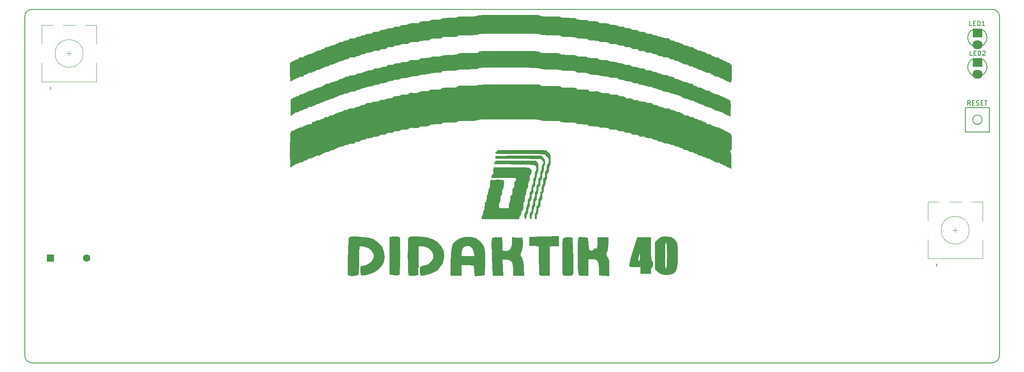
<source format=gbr>
%TF.GenerationSoftware,KiCad,Pcbnew,(7.0.0)*%
%TF.CreationDate,2023-05-29T16:43:27+02:00*%
%TF.ProjectId,Didaktik,44696461-6b74-4696-9b2e-6b696361645f,rev?*%
%TF.SameCoordinates,Original*%
%TF.FileFunction,Legend,Top*%
%TF.FilePolarity,Positive*%
%FSLAX46Y46*%
G04 Gerber Fmt 4.6, Leading zero omitted, Abs format (unit mm)*
G04 Created by KiCad (PCBNEW (7.0.0)) date 2023-05-29 16:43:27*
%MOMM*%
%LPD*%
G01*
G04 APERTURE LIST*
%ADD10C,0.150000*%
%ADD11C,0.203200*%
%ADD12C,0.120000*%
%ADD13O,2.159000X1.905000*%
%ADD14R,2.159000X1.905000*%
%ADD15R,1.600000X1.600000*%
%ADD16C,1.600000*%
%TA.AperFunction,Profile*%
%ADD17C,0.150000*%
%TD*%
G04 APERTURE END LIST*
D10*
X235481952Y-41721380D02*
X235005762Y-41721380D01*
X235005762Y-41721380D02*
X235005762Y-40721380D01*
X235815286Y-41197571D02*
X236148619Y-41197571D01*
X236291476Y-41721380D02*
X235815286Y-41721380D01*
X235815286Y-41721380D02*
X235815286Y-40721380D01*
X235815286Y-40721380D02*
X236291476Y-40721380D01*
X236720048Y-41721380D02*
X236720048Y-40721380D01*
X236720048Y-40721380D02*
X236958143Y-40721380D01*
X236958143Y-40721380D02*
X237101000Y-40769000D01*
X237101000Y-40769000D02*
X237196238Y-40864238D01*
X237196238Y-40864238D02*
X237243857Y-40959476D01*
X237243857Y-40959476D02*
X237291476Y-41149952D01*
X237291476Y-41149952D02*
X237291476Y-41292809D01*
X237291476Y-41292809D02*
X237243857Y-41483285D01*
X237243857Y-41483285D02*
X237196238Y-41578523D01*
X237196238Y-41578523D02*
X237101000Y-41673761D01*
X237101000Y-41673761D02*
X236958143Y-41721380D01*
X236958143Y-41721380D02*
X236720048Y-41721380D01*
X237672429Y-40816619D02*
X237720048Y-40769000D01*
X237720048Y-40769000D02*
X237815286Y-40721380D01*
X237815286Y-40721380D02*
X238053381Y-40721380D01*
X238053381Y-40721380D02*
X238148619Y-40769000D01*
X238148619Y-40769000D02*
X238196238Y-40816619D01*
X238196238Y-40816619D02*
X238243857Y-40911857D01*
X238243857Y-40911857D02*
X238243857Y-41007095D01*
X238243857Y-41007095D02*
X238196238Y-41149952D01*
X238196238Y-41149952D02*
X237624810Y-41721380D01*
X237624810Y-41721380D02*
X238243857Y-41721380D01*
X235021618Y-52437380D02*
X234688285Y-51961190D01*
X234450190Y-52437380D02*
X234450190Y-51437380D01*
X234450190Y-51437380D02*
X234831142Y-51437380D01*
X234831142Y-51437380D02*
X234926380Y-51485000D01*
X234926380Y-51485000D02*
X234973999Y-51532619D01*
X234973999Y-51532619D02*
X235021618Y-51627857D01*
X235021618Y-51627857D02*
X235021618Y-51770714D01*
X235021618Y-51770714D02*
X234973999Y-51865952D01*
X234973999Y-51865952D02*
X234926380Y-51913571D01*
X234926380Y-51913571D02*
X234831142Y-51961190D01*
X234831142Y-51961190D02*
X234450190Y-51961190D01*
X235450190Y-51913571D02*
X235783523Y-51913571D01*
X235926380Y-52437380D02*
X235450190Y-52437380D01*
X235450190Y-52437380D02*
X235450190Y-51437380D01*
X235450190Y-51437380D02*
X235926380Y-51437380D01*
X236307333Y-52389761D02*
X236450190Y-52437380D01*
X236450190Y-52437380D02*
X236688285Y-52437380D01*
X236688285Y-52437380D02*
X236783523Y-52389761D01*
X236783523Y-52389761D02*
X236831142Y-52342142D01*
X236831142Y-52342142D02*
X236878761Y-52246904D01*
X236878761Y-52246904D02*
X236878761Y-52151666D01*
X236878761Y-52151666D02*
X236831142Y-52056428D01*
X236831142Y-52056428D02*
X236783523Y-52008809D01*
X236783523Y-52008809D02*
X236688285Y-51961190D01*
X236688285Y-51961190D02*
X236497809Y-51913571D01*
X236497809Y-51913571D02*
X236402571Y-51865952D01*
X236402571Y-51865952D02*
X236354952Y-51818333D01*
X236354952Y-51818333D02*
X236307333Y-51723095D01*
X236307333Y-51723095D02*
X236307333Y-51627857D01*
X236307333Y-51627857D02*
X236354952Y-51532619D01*
X236354952Y-51532619D02*
X236402571Y-51485000D01*
X236402571Y-51485000D02*
X236497809Y-51437380D01*
X236497809Y-51437380D02*
X236735904Y-51437380D01*
X236735904Y-51437380D02*
X236878761Y-51485000D01*
X237307333Y-51913571D02*
X237640666Y-51913571D01*
X237783523Y-52437380D02*
X237307333Y-52437380D01*
X237307333Y-52437380D02*
X237307333Y-51437380D01*
X237307333Y-51437380D02*
X237783523Y-51437380D01*
X238069238Y-51437380D02*
X238640666Y-51437380D01*
X238354952Y-52437380D02*
X238354952Y-51437380D01*
X235354952Y-35292380D02*
X234878762Y-35292380D01*
X234878762Y-35292380D02*
X234878762Y-34292380D01*
X235688286Y-34768571D02*
X236021619Y-34768571D01*
X236164476Y-35292380D02*
X235688286Y-35292380D01*
X235688286Y-35292380D02*
X235688286Y-34292380D01*
X235688286Y-34292380D02*
X236164476Y-34292380D01*
X236593048Y-35292380D02*
X236593048Y-34292380D01*
X236593048Y-34292380D02*
X236831143Y-34292380D01*
X236831143Y-34292380D02*
X236974000Y-34340000D01*
X236974000Y-34340000D02*
X237069238Y-34435238D01*
X237069238Y-34435238D02*
X237116857Y-34530476D01*
X237116857Y-34530476D02*
X237164476Y-34720952D01*
X237164476Y-34720952D02*
X237164476Y-34863809D01*
X237164476Y-34863809D02*
X237116857Y-35054285D01*
X237116857Y-35054285D02*
X237069238Y-35149523D01*
X237069238Y-35149523D02*
X236974000Y-35244761D01*
X236974000Y-35244761D02*
X236831143Y-35292380D01*
X236831143Y-35292380D02*
X236593048Y-35292380D01*
X238116857Y-35292380D02*
X237545429Y-35292380D01*
X237831143Y-35292380D02*
X237831143Y-34292380D01*
X237831143Y-34292380D02*
X237735905Y-34435238D01*
X237735905Y-34435238D02*
X237640667Y-34530476D01*
X237640667Y-34530476D02*
X237545429Y-34578095D01*
D11*
%TO.C,D42*%
X237807500Y-42621200D02*
X235267500Y-42621200D01*
X235216700Y-42621201D02*
G75*
G03*
X237859021Y-42621806I1320800J-1574799D01*
G01*
%TO.C,G\u002A\u002A\u002A*%
G36*
X143227597Y-63697175D02*
G01*
X143459779Y-63957287D01*
X143581559Y-64175828D01*
X143628124Y-64443965D01*
X143634866Y-64752413D01*
X143606503Y-65204180D01*
X143519021Y-65466985D01*
X143474782Y-65516663D01*
X143363824Y-65726809D01*
X143316777Y-66126562D01*
X143314698Y-66263722D01*
X143283927Y-66714976D01*
X143189913Y-66973509D01*
X143154614Y-67010781D01*
X143044971Y-67216387D01*
X142997246Y-67608013D01*
X142994530Y-67767153D01*
X142981391Y-68138552D01*
X142930678Y-68356069D01*
X142825448Y-68478268D01*
X142781084Y-68504899D01*
X142657226Y-68608799D01*
X142592025Y-68789352D01*
X142568879Y-69104671D01*
X142567639Y-69251957D01*
X142554952Y-69625966D01*
X142505823Y-69845566D01*
X142403648Y-69968873D01*
X142354194Y-69999016D01*
X142234303Y-70097476D01*
X142169073Y-70267207D01*
X142143436Y-70564174D01*
X142140748Y-70791773D01*
X142125586Y-71198948D01*
X142074548Y-71432944D01*
X141980664Y-71531728D01*
X141883589Y-71636726D01*
X141833156Y-71882309D01*
X141820580Y-72240193D01*
X141803819Y-72638986D01*
X141747847Y-72864308D01*
X141660496Y-72948658D01*
X141558816Y-73062680D01*
X141509032Y-73328139D01*
X141500412Y-73603922D01*
X141459831Y-74086248D01*
X141337095Y-74377713D01*
X141327000Y-74389374D01*
X141214126Y-74616368D01*
X141130259Y-74980446D01*
X141105087Y-75198198D01*
X141051255Y-75574849D01*
X140965835Y-75847038D01*
X140904970Y-75933891D01*
X140803950Y-76117088D01*
X140754751Y-76420315D01*
X140753353Y-76482767D01*
X140710517Y-76786012D01*
X140602341Y-76975524D01*
X140459331Y-77010858D01*
X140390258Y-76964212D01*
X140356509Y-76831357D01*
X140333384Y-76550787D01*
X140326463Y-76250178D01*
X140340540Y-75861092D01*
X140392390Y-75628200D01*
X140496433Y-75495528D01*
X140526160Y-75475226D01*
X140648743Y-75350233D01*
X140700290Y-75137333D01*
X140698963Y-74807442D01*
X140711569Y-74390542D01*
X140810305Y-74100465D01*
X140872795Y-74009188D01*
X141013334Y-73724552D01*
X141070634Y-73308100D01*
X141073521Y-73153834D01*
X141093267Y-72767269D01*
X141158268Y-72555260D01*
X141233605Y-72492232D01*
X141337855Y-72372863D01*
X141387041Y-72095880D01*
X141393689Y-71862868D01*
X141427663Y-71440319D01*
X141523163Y-71171314D01*
X141550710Y-71137915D01*
X141654001Y-70922141D01*
X141716771Y-70550657D01*
X141727816Y-70366210D01*
X141773363Y-69917073D01*
X141882081Y-69631643D01*
X141944325Y-69555103D01*
X142069205Y-69357447D01*
X142129535Y-69049399D01*
X142140748Y-68730791D01*
X142150913Y-68370041D01*
X142192563Y-68168627D01*
X142282431Y-68072952D01*
X142354194Y-68047085D01*
X142475165Y-67986051D01*
X142539946Y-67848291D01*
X142564926Y-67580589D01*
X142567639Y-67354008D01*
X142595252Y-66901956D01*
X142680675Y-66637770D01*
X142727723Y-66583890D01*
X142842177Y-66364987D01*
X142887371Y-65971567D01*
X142887807Y-65920639D01*
X142939551Y-65449696D01*
X143101252Y-65118894D01*
X143259831Y-64895845D01*
X143293056Y-64730670D01*
X143194489Y-64543672D01*
X143039296Y-64351962D01*
X142763895Y-64024666D01*
X137836565Y-63996925D01*
X132909236Y-63969184D01*
X132909236Y-63328848D01*
X137864781Y-63301089D01*
X142820327Y-63273329D01*
X143227597Y-63697175D01*
G37*
G36*
X141894641Y-64621770D02*
G01*
X142016085Y-64771286D01*
X142092475Y-64936347D01*
X142134229Y-65169011D01*
X142151766Y-65521337D01*
X142155362Y-65924445D01*
X142148903Y-66430330D01*
X142123171Y-66763210D01*
X142072363Y-66963098D01*
X141990675Y-67070009D01*
X141989021Y-67071229D01*
X141875802Y-67248953D01*
X141825075Y-67588510D01*
X141820580Y-67783218D01*
X141785575Y-68234723D01*
X141680340Y-68486031D01*
X141660496Y-68504899D01*
X141550854Y-68710504D01*
X141503128Y-69102131D01*
X141500412Y-69261270D01*
X141488147Y-69629305D01*
X141439151Y-69845014D01*
X141335127Y-69968718D01*
X141274611Y-70005629D01*
X141145070Y-70102430D01*
X141086662Y-70252639D01*
X141083532Y-70519538D01*
X141097437Y-70712850D01*
X141113955Y-71069603D01*
X141080055Y-71277895D01*
X140982892Y-71399373D01*
X140949708Y-71421852D01*
X140829248Y-71550947D01*
X140768946Y-71781483D01*
X140753353Y-72142601D01*
X140732415Y-72536701D01*
X140657692Y-72786610D01*
X140539908Y-72933890D01*
X140404692Y-73116731D01*
X140339863Y-73390241D01*
X140326463Y-73715767D01*
X140287245Y-74187872D01*
X140166806Y-74479380D01*
X140148600Y-74501015D01*
X140013355Y-74795998D01*
X139978281Y-75203115D01*
X139930535Y-75661707D01*
X139803310Y-75922126D01*
X139667488Y-76177643D01*
X139591924Y-76499480D01*
X139591106Y-76509100D01*
X139533575Y-76851009D01*
X139430909Y-76985905D01*
X139281641Y-76915705D01*
X139280580Y-76914647D01*
X139206771Y-76739795D01*
X139160490Y-76435767D01*
X139152513Y-76237490D01*
X139179546Y-75848878D01*
X139273586Y-75600827D01*
X139365958Y-75495235D01*
X139497906Y-75319660D01*
X139563224Y-75058828D01*
X139579404Y-74689692D01*
X139598289Y-74299980D01*
X139660711Y-74084446D01*
X139739488Y-74015885D01*
X139838804Y-73906583D01*
X139888984Y-73651459D01*
X139899572Y-73334487D01*
X139917583Y-72941480D01*
X139983030Y-72695363D01*
X140113017Y-72531762D01*
X140245160Y-72363668D01*
X140310364Y-72109624D01*
X140326463Y-71746070D01*
X140349646Y-71339450D01*
X140426213Y-71098212D01*
X140502653Y-71014301D01*
X140619382Y-70842757D01*
X140678518Y-70520323D01*
X140689823Y-70273259D01*
X140719313Y-69867060D01*
X140798178Y-69623068D01*
X140887161Y-69524780D01*
X141000366Y-69380941D01*
X141058309Y-69126689D01*
X141073521Y-68744677D01*
X141090461Y-68346730D01*
X141146981Y-68122301D01*
X141233605Y-68039414D01*
X141331879Y-67932135D01*
X141382191Y-67681482D01*
X141393689Y-67345717D01*
X141411303Y-66950816D01*
X141469878Y-66729628D01*
X141553773Y-66652019D01*
X141664632Y-66517840D01*
X141711317Y-66210083D01*
X141713858Y-66079298D01*
X141714033Y-65884330D01*
X141702331Y-65722675D01*
X141660408Y-65590960D01*
X141569922Y-65485811D01*
X141412528Y-65403857D01*
X141169884Y-65341724D01*
X140823648Y-65296040D01*
X140355474Y-65263431D01*
X139747022Y-65240525D01*
X138979947Y-65223949D01*
X138035906Y-65210330D01*
X136912759Y-65196495D01*
X135836022Y-65182667D01*
X134953376Y-65169622D01*
X134245478Y-65156294D01*
X133692980Y-65141616D01*
X133276537Y-65124524D01*
X132976805Y-65103950D01*
X132774436Y-65078828D01*
X132650087Y-65048092D01*
X132584411Y-65010675D01*
X132558064Y-64965512D01*
X132555984Y-64956369D01*
X132594237Y-64798299D01*
X132675518Y-64769605D01*
X132825279Y-64680122D01*
X132886797Y-64556159D01*
X132906138Y-64503293D01*
X132946889Y-64459964D01*
X133028601Y-64425223D01*
X133170827Y-64398122D01*
X133393118Y-64377713D01*
X133715028Y-64363049D01*
X134156109Y-64353181D01*
X134735912Y-64347162D01*
X135473991Y-64344043D01*
X136389897Y-64342878D01*
X137289317Y-64342714D01*
X141636020Y-64342714D01*
X141894641Y-64621770D01*
G37*
G36*
X139920153Y-62101733D02*
G01*
X140917214Y-62102798D01*
X141736346Y-62105445D01*
X142395306Y-62110391D01*
X142911851Y-62118349D01*
X143303741Y-62130034D01*
X143588731Y-62146161D01*
X143784581Y-62167445D01*
X143909049Y-62194601D01*
X143979891Y-62228342D01*
X144014866Y-62269384D01*
X144030834Y-62314983D01*
X144121445Y-62488127D01*
X144195369Y-62528428D01*
X144335271Y-62600221D01*
X144532685Y-62775589D01*
X144556451Y-62800733D01*
X144668062Y-62937070D01*
X144740922Y-63088693D01*
X144783199Y-63302344D01*
X144803062Y-63624766D01*
X144808680Y-64102700D01*
X144808815Y-64244839D01*
X144803320Y-64780437D01*
X144783811Y-65137708D01*
X144745758Y-65351559D01*
X144684630Y-65456899D01*
X144648731Y-65478070D01*
X144550265Y-65585719D01*
X144499976Y-65837192D01*
X144488647Y-66169462D01*
X144471404Y-66564378D01*
X144408489Y-66811696D01*
X144283125Y-66975298D01*
X144275202Y-66982182D01*
X144133499Y-67171475D01*
X144070282Y-67462936D01*
X144061757Y-67704450D01*
X144012470Y-68172885D01*
X143876917Y-68507833D01*
X143759173Y-68773894D01*
X143676894Y-69138673D01*
X143660020Y-69300729D01*
X143610534Y-69647315D01*
X143521629Y-69922677D01*
X143471331Y-70002830D01*
X143366027Y-70242967D01*
X143317022Y-70643964D01*
X143314698Y-70769741D01*
X143294479Y-71154685D01*
X143228067Y-71364842D01*
X143154614Y-71425005D01*
X143057199Y-71530644D01*
X143006797Y-71777656D01*
X142994530Y-72129216D01*
X142981302Y-72510830D01*
X142930766Y-72739222D01*
X142826646Y-72873576D01*
X142781084Y-72905296D01*
X142659079Y-73019527D01*
X142593689Y-73206750D01*
X142569359Y-73525088D01*
X142567639Y-73702866D01*
X142556310Y-74085732D01*
X142511973Y-74312492D01*
X142419104Y-74439768D01*
X142354194Y-74481369D01*
X142230986Y-74584359D01*
X142165769Y-74763094D01*
X142142192Y-75075349D01*
X142140748Y-75235532D01*
X142123586Y-75632450D01*
X142066387Y-75855789D01*
X141980664Y-75936893D01*
X141862677Y-76088805D01*
X141820746Y-76430688D01*
X141820580Y-76460859D01*
X141799294Y-76803278D01*
X141723452Y-76966354D01*
X141575077Y-76981030D01*
X141527093Y-76966057D01*
X141444043Y-76840999D01*
X141396520Y-76582858D01*
X141383271Y-76258244D01*
X141403043Y-75933770D01*
X141454580Y-75676046D01*
X141536630Y-75551684D01*
X141553773Y-75548596D01*
X141643777Y-75502100D01*
X141693690Y-75336045D01*
X141712758Y-75010575D01*
X141713858Y-74858654D01*
X141724242Y-74468527D01*
X141765207Y-74235807D01*
X141851469Y-74105048D01*
X141927303Y-74054478D01*
X142048378Y-73954423D01*
X142113617Y-73781526D01*
X142138543Y-73479165D01*
X142140748Y-73275975D01*
X142154176Y-72883076D01*
X142203780Y-72647119D01*
X142303542Y-72512755D01*
X142339972Y-72487287D01*
X142462657Y-72355661D01*
X142528707Y-72119397D01*
X142553429Y-71745473D01*
X142588536Y-71322727D01*
X142673143Y-71087882D01*
X142727735Y-71038495D01*
X142830270Y-70896496D01*
X142880158Y-70596121D01*
X142887807Y-70326949D01*
X142917449Y-69875526D01*
X143008416Y-69615016D01*
X143047891Y-69572126D01*
X143157534Y-69366520D01*
X143205259Y-68974894D01*
X143207975Y-68815754D01*
X143221114Y-68444355D01*
X143271827Y-68226838D01*
X143377057Y-68104638D01*
X143421421Y-68078008D01*
X143544629Y-67975018D01*
X143609846Y-67796283D01*
X143633422Y-67484028D01*
X143634866Y-67323845D01*
X143652028Y-66926928D01*
X143709227Y-66703588D01*
X143794950Y-66622484D01*
X143891276Y-66518886D01*
X143941770Y-66276428D01*
X143955034Y-65904446D01*
X143967600Y-65519163D01*
X144015838Y-65287899D01*
X144115555Y-65152155D01*
X144168479Y-65114540D01*
X144299646Y-64985608D01*
X144364511Y-64770196D01*
X144381925Y-64406226D01*
X144367690Y-64053072D01*
X144300199Y-63822873D01*
X144142268Y-63625744D01*
X144008395Y-63503248D01*
X143785721Y-63285913D01*
X143652075Y-63113344D01*
X143634866Y-63065302D01*
X143533815Y-63036656D01*
X143229566Y-63012383D01*
X142720472Y-62992447D01*
X142004888Y-62976815D01*
X141081166Y-62965453D01*
X139947662Y-62958327D01*
X138602729Y-62955402D01*
X138307625Y-62955319D01*
X137048591Y-62954212D01*
X135988647Y-62950653D01*
X135113448Y-62944289D01*
X134408650Y-62934763D01*
X133859908Y-62921722D01*
X133452877Y-62904811D01*
X133173212Y-62883673D01*
X133006569Y-62857956D01*
X132938602Y-62827302D01*
X132936087Y-62822429D01*
X132976610Y-62668214D01*
X133132544Y-62451802D01*
X133185791Y-62395538D01*
X133479792Y-62101537D01*
X138727404Y-62101537D01*
X139920153Y-62101733D01*
G37*
G36*
X137466717Y-65837797D02*
G01*
X138299814Y-65841212D01*
X138958239Y-65847858D01*
X139461374Y-65858512D01*
X139828602Y-65873956D01*
X140079307Y-65894969D01*
X140232871Y-65922329D01*
X140308678Y-65956818D01*
X140326463Y-65993161D01*
X140411199Y-66163008D01*
X140539908Y-66263722D01*
X140696837Y-66424991D01*
X140752273Y-66717385D01*
X140753353Y-66784550D01*
X140677888Y-67192617D01*
X140539908Y-67384310D01*
X140409839Y-67555816D01*
X140344316Y-67809552D01*
X140326463Y-68204621D01*
X140308535Y-68598179D01*
X140249009Y-68817921D01*
X140166379Y-68893196D01*
X140066397Y-69003806D01*
X140016315Y-69261810D01*
X140006294Y-69567003D01*
X139986719Y-69963279D01*
X139916409Y-70214305D01*
X139792849Y-70372546D01*
X139660901Y-70548120D01*
X139595584Y-70808952D01*
X139579404Y-71178088D01*
X139560518Y-71567800D01*
X139498096Y-71783335D01*
X139419320Y-71851896D01*
X139322245Y-71956894D01*
X139271812Y-72202477D01*
X139259236Y-72560361D01*
X139242474Y-72959154D01*
X139186502Y-73184476D01*
X139099152Y-73268826D01*
X139013939Y-73353713D01*
X138963746Y-73553558D01*
X138941696Y-73907027D01*
X138939068Y-74168864D01*
X138932321Y-74600711D01*
X138904681Y-74868888D01*
X138845048Y-75022948D01*
X138742321Y-75112443D01*
X138725622Y-75121705D01*
X138571531Y-75277132D01*
X138514253Y-75558864D01*
X138512177Y-75654916D01*
X138443175Y-76062454D01*
X138308879Y-76264817D01*
X138134619Y-76517944D01*
X138068753Y-76722546D01*
X138031925Y-76989352D01*
X134075572Y-77017313D01*
X133176806Y-77021762D01*
X132345780Y-77022216D01*
X131606536Y-77018942D01*
X130983115Y-77012203D01*
X130499557Y-77002266D01*
X130179903Y-76989397D01*
X130048194Y-76973859D01*
X130046790Y-76972845D01*
X129979181Y-76776032D01*
X130015794Y-76498991D01*
X130137840Y-76248576D01*
X130238270Y-76010897D01*
X130291807Y-75679780D01*
X130294530Y-75592978D01*
X130334525Y-75240476D01*
X130454614Y-75083112D01*
X130541645Y-74995419D01*
X130592023Y-74789107D01*
X130612954Y-74425271D01*
X130614698Y-74218816D01*
X130622601Y-73793925D01*
X130654215Y-73530136D01*
X130721401Y-73375434D01*
X130828143Y-73282652D01*
X130953398Y-73163391D01*
X131018717Y-72966559D01*
X131040844Y-72632312D01*
X131041589Y-72519774D01*
X131069888Y-72070131D01*
X131156419Y-71814749D01*
X131197366Y-71771706D01*
X131303665Y-71580079D01*
X131367496Y-71224646D01*
X131377348Y-71074842D01*
X131428951Y-70642798D01*
X131546546Y-70380664D01*
X131595100Y-70330746D01*
X131702082Y-70191759D01*
X131762254Y-69969126D01*
X131786528Y-69610067D01*
X131788647Y-69394622D01*
X131801235Y-69009363D01*
X131834396Y-68714205D01*
X131881224Y-68567978D01*
X131886139Y-68563965D01*
X132041103Y-68531967D01*
X132355827Y-68507308D01*
X132777468Y-68490436D01*
X133253184Y-68481801D01*
X133730133Y-68481850D01*
X134155471Y-68491031D01*
X134476356Y-68509794D01*
X134639946Y-68538587D01*
X134643479Y-68540564D01*
X134729746Y-68701193D01*
X134776246Y-69005224D01*
X134784795Y-69386702D01*
X134757212Y-69779672D01*
X134695314Y-70118180D01*
X134600917Y-70336272D01*
X134593773Y-70344628D01*
X134459451Y-70620418D01*
X134407010Y-71071230D01*
X134405998Y-71134843D01*
X134383462Y-71513995D01*
X134314117Y-71732899D01*
X134215578Y-71826678D01*
X134103329Y-71944575D01*
X134045813Y-72171478D01*
X134029824Y-72552596D01*
X134002345Y-72993356D01*
X133916177Y-73253146D01*
X133864923Y-73311417D01*
X133762875Y-73474384D01*
X133725474Y-73767040D01*
X133731520Y-74044863D01*
X133763017Y-74641453D01*
X135790748Y-74641453D01*
X135823526Y-74001947D01*
X135873576Y-73561790D01*
X135967036Y-73315140D01*
X136010291Y-73276266D01*
X136106059Y-73136833D01*
X136154921Y-72835240D01*
X136164278Y-72514144D01*
X136172966Y-72138158D01*
X136209083Y-71923561D01*
X136287710Y-71818655D01*
X136377723Y-71782379D01*
X136497734Y-71722221D01*
X136562525Y-71586581D01*
X136588056Y-71322729D01*
X136591168Y-71077139D01*
X136604072Y-70693766D01*
X136653482Y-70464001D01*
X136755448Y-70328990D01*
X136804614Y-70294417D01*
X136927308Y-70179136D01*
X136992693Y-69989911D01*
X137016576Y-69668244D01*
X137018059Y-69504510D01*
X137032975Y-69109876D01*
X137084332Y-68884290D01*
X137182049Y-68785009D01*
X137185291Y-68783730D01*
X137311238Y-68628273D01*
X137318694Y-68425463D01*
X137284866Y-68131369D01*
X134696841Y-68102791D01*
X132108815Y-68074213D01*
X132108815Y-67759697D01*
X132188846Y-67452894D01*
X132332414Y-67325515D01*
X132479876Y-67204967D01*
X132512175Y-67017054D01*
X132485984Y-66832561D01*
X132456605Y-66477285D01*
X132484310Y-66148052D01*
X132552666Y-65836831D01*
X136439564Y-65836831D01*
X137466717Y-65837797D01*
G37*
G36*
X137132832Y-40757162D02*
G01*
X138269538Y-40758001D01*
X139225406Y-40760039D01*
X140016741Y-40763802D01*
X140659846Y-40769815D01*
X141171024Y-40778601D01*
X141566580Y-40790686D01*
X141862818Y-40806595D01*
X142076041Y-40826851D01*
X142222553Y-40851979D01*
X142318658Y-40882505D01*
X142380660Y-40918952D01*
X142424862Y-40961846D01*
X142432318Y-40970445D01*
X142508007Y-41044226D01*
X142610934Y-41098767D01*
X142771591Y-41136954D01*
X143020471Y-41161672D01*
X143388067Y-41175809D01*
X143904871Y-41182249D01*
X144601375Y-41183880D01*
X144687365Y-41183890D01*
X145409680Y-41185626D01*
X145948001Y-41192494D01*
X146331759Y-41206983D01*
X146590390Y-41231581D01*
X146753327Y-41268777D01*
X146850003Y-41321061D01*
X146895993Y-41370655D01*
X146976366Y-41444928D01*
X147114626Y-41498878D01*
X147344579Y-41536860D01*
X147700030Y-41563229D01*
X148214784Y-41582340D01*
X148615321Y-41592161D01*
X149281493Y-41612106D01*
X149763353Y-41640353D01*
X150089975Y-41680081D01*
X150290431Y-41734473D01*
X150372929Y-41784474D01*
X150521612Y-41863077D01*
X150779154Y-41908670D01*
X151183870Y-41925658D01*
X151576768Y-41922860D01*
X152090261Y-41921049D01*
X152435179Y-41942176D01*
X152655687Y-41991829D01*
X152795949Y-42075598D01*
X152797949Y-42077396D01*
X152951876Y-42166564D01*
X153202115Y-42220810D01*
X153591938Y-42246576D01*
X153964935Y-42251117D01*
X154433727Y-42256027D01*
X154734538Y-42276683D01*
X154912720Y-42321971D01*
X155013625Y-42400779D01*
X155054194Y-42464562D01*
X155131656Y-42566997D01*
X155260741Y-42630499D01*
X155487034Y-42664070D01*
X155856119Y-42676713D01*
X156135023Y-42678008D01*
X156634379Y-42686874D01*
X156971943Y-42719011D01*
X157198845Y-42782728D01*
X157353296Y-42875976D01*
X157592190Y-43000528D01*
X157943126Y-43065148D01*
X158313454Y-43081480D01*
X158811203Y-43113682D01*
X159123363Y-43200434D01*
X159207603Y-43257040D01*
X159469889Y-43376984D01*
X159887371Y-43424706D01*
X159932092Y-43425067D01*
X160348703Y-43462183D01*
X160589328Y-43569554D01*
X160603773Y-43585151D01*
X160819471Y-43697686D01*
X161229030Y-43743820D01*
X161340182Y-43745235D01*
X161730219Y-43764632D01*
X161974549Y-43834622D01*
X162126490Y-43958680D01*
X162302927Y-44094700D01*
X162571736Y-44159294D01*
X162884199Y-44172126D01*
X163327759Y-44208040D01*
X163575854Y-44314931D01*
X163592009Y-44332210D01*
X163796279Y-44441461D01*
X164185499Y-44489374D01*
X164351231Y-44492294D01*
X164728531Y-44506382D01*
X164953587Y-44559888D01*
X165086405Y-44669671D01*
X165110894Y-44705739D01*
X165234802Y-44833887D01*
X165440551Y-44899039D01*
X165789390Y-44918984D01*
X165845789Y-44919184D01*
X166297005Y-44951946D01*
X166552120Y-45051276D01*
X166580244Y-45079268D01*
X166776333Y-45188777D01*
X167082580Y-45238776D01*
X167119302Y-45239352D01*
X167426214Y-45277661D01*
X167654532Y-45371848D01*
X167677873Y-45391723D01*
X167879439Y-45510148D01*
X168181755Y-45607374D01*
X168245790Y-45620563D01*
X168529853Y-45696448D01*
X168714593Y-45789017D01*
X168735111Y-45811198D01*
X168871501Y-45873450D01*
X169160277Y-45929123D01*
X169540436Y-45966655D01*
X169562212Y-45967931D01*
X169988091Y-46005106D01*
X170229350Y-46061800D01*
X170314458Y-46145217D01*
X170315538Y-46158539D01*
X170399072Y-46261921D01*
X170663379Y-46304596D01*
X170770118Y-46306579D01*
X171110223Y-46339840D01*
X171309269Y-46455147D01*
X171357998Y-46520025D01*
X171588381Y-46697781D01*
X171810333Y-46733470D01*
X172061585Y-46782411D01*
X172422539Y-46911185D01*
X172818151Y-47092723D01*
X172845765Y-47106999D01*
X173242053Y-47291870D01*
X173610062Y-47426518D01*
X173874149Y-47483548D01*
X173886538Y-47483923D01*
X174194447Y-47537909D01*
X174418079Y-47644007D01*
X174664169Y-47750405D01*
X174986969Y-47800193D01*
X175019287Y-47800697D01*
X175303531Y-47830485D01*
X175440898Y-47939030D01*
X175469150Y-48014142D01*
X175612511Y-48194554D01*
X175758251Y-48227588D01*
X176005118Y-48292122D01*
X176270556Y-48447066D01*
X176574082Y-48602850D01*
X176781452Y-48608347D01*
X177062453Y-48636298D01*
X177283156Y-48762398D01*
X177519647Y-48912221D01*
X177709676Y-48974646D01*
X177709850Y-48974647D01*
X177905827Y-49050353D01*
X177999572Y-49134731D01*
X178207722Y-49247213D01*
X178556004Y-49294392D01*
X178595859Y-49294815D01*
X178926265Y-49322769D01*
X179113039Y-49422484D01*
X179173521Y-49508260D01*
X179352906Y-49679378D01*
X179505067Y-49721705D01*
X179760298Y-49794770D01*
X179882465Y-49881789D01*
X180091427Y-49988218D01*
X180395578Y-50040709D01*
X180445276Y-50041873D01*
X180850122Y-50117689D01*
X181041168Y-50255319D01*
X181273674Y-50418547D01*
X181471532Y-50468764D01*
X181722094Y-50536973D01*
X181841589Y-50628848D01*
X182045077Y-50765512D01*
X182161757Y-50788932D01*
X182385548Y-50865908D01*
X182481925Y-50949016D01*
X182691980Y-51080336D01*
X182849919Y-51109100D01*
X183087721Y-51183991D01*
X183319828Y-51359005D01*
X183406744Y-51461703D01*
X183468289Y-51578533D01*
X183508056Y-51744479D01*
X183529633Y-51994529D01*
X183536612Y-52363668D01*
X183532584Y-52886882D01*
X183525196Y-53360055D01*
X183511017Y-54019492D01*
X183492767Y-54485958D01*
X183468449Y-54779918D01*
X183436065Y-54921838D01*
X183393620Y-54932181D01*
X183374381Y-54905774D01*
X183204332Y-54728779D01*
X183080665Y-54675058D01*
X182868350Y-54610545D01*
X182570408Y-54483450D01*
X182259220Y-54329433D01*
X182007164Y-54184150D01*
X181889243Y-54088102D01*
X181745113Y-54008692D01*
X181603568Y-53990613D01*
X181345953Y-53920679D01*
X181185810Y-53816553D01*
X180954741Y-53696217D01*
X180633091Y-53623788D01*
X180571716Y-53618696D01*
X180254638Y-53561823D01*
X180011538Y-53451931D01*
X179981275Y-53426218D01*
X179737768Y-53254542D01*
X179573100Y-53182800D01*
X179355204Y-53080322D01*
X179263426Y-52998704D01*
X179119721Y-52917315D01*
X178854422Y-52855817D01*
X178791368Y-52848117D01*
X178440369Y-52780713D01*
X178131839Y-52672789D01*
X178114488Y-52664084D01*
X177549848Y-52392410D01*
X177065423Y-52201312D01*
X176806404Y-52128347D01*
X176528472Y-52024948D01*
X176360456Y-51909360D01*
X176123190Y-51775055D01*
X175976114Y-51749436D01*
X175767654Y-51682110D01*
X175690266Y-51589352D01*
X175530990Y-51468035D01*
X175203516Y-51429268D01*
X174769140Y-51355571D01*
X174506845Y-51215823D01*
X174166714Y-51051328D01*
X173839535Y-51002378D01*
X173440449Y-50925996D01*
X173250412Y-50788932D01*
X173052946Y-50628181D01*
X172906080Y-50575487D01*
X172710930Y-50505263D01*
X172594830Y-50415403D01*
X172377324Y-50299789D01*
X172095520Y-50251925D01*
X171784558Y-50200365D01*
X171549132Y-50091841D01*
X171290697Y-49976799D01*
X171012584Y-49935151D01*
X170688597Y-49879232D01*
X170441664Y-49765973D01*
X170197865Y-49664333D01*
X169840225Y-49590487D01*
X169614980Y-49569483D01*
X169188753Y-49516461D01*
X168931962Y-49409822D01*
X168898945Y-49377020D01*
X168713819Y-49252944D01*
X168419332Y-49152794D01*
X168341413Y-49136824D01*
X168056438Y-49065531D01*
X167872624Y-48980492D01*
X167850326Y-48957511D01*
X167713062Y-48882710D01*
X167443725Y-48817519D01*
X167316468Y-48799424D01*
X166986918Y-48732461D01*
X166730400Y-48630067D01*
X166678563Y-48593318D01*
X166471137Y-48498855D01*
X166154142Y-48445483D01*
X166035293Y-48441033D01*
X165690342Y-48407546D01*
X165405458Y-48323880D01*
X165344670Y-48289853D01*
X165120907Y-48194945D01*
X164773915Y-48111037D01*
X164508118Y-48071645D01*
X164142558Y-48009381D01*
X163851199Y-47919134D01*
X163732084Y-47849296D01*
X163510981Y-47745320D01*
X163139489Y-47694489D01*
X163024092Y-47691601D01*
X162546577Y-47641461D01*
X162213826Y-47487627D01*
X162204614Y-47480529D01*
X161869623Y-47321348D01*
X161390581Y-47269457D01*
X160971294Y-47231310D01*
X160727753Y-47125257D01*
X160710496Y-47106999D01*
X160492842Y-46992739D01*
X160105076Y-46947342D01*
X160056048Y-46946915D01*
X159676205Y-46917073D01*
X159436167Y-46814015D01*
X159351700Y-46733470D01*
X159221659Y-46621387D01*
X159033951Y-46556185D01*
X158734176Y-46526300D01*
X158347772Y-46520025D01*
X157867867Y-46503563D01*
X157575274Y-46455475D01*
X157485013Y-46395255D01*
X157357841Y-46325456D01*
X157042867Y-46267622D01*
X156565604Y-46226189D01*
X156488934Y-46222034D01*
X156022098Y-46183705D01*
X155606044Y-46123590D01*
X155309788Y-46052541D01*
X155246258Y-46026635D01*
X154964406Y-45944879D01*
X154528416Y-45893670D01*
X154098989Y-45879689D01*
X153644590Y-45870891D01*
X153348481Y-45837241D01*
X153155967Y-45767853D01*
X153026463Y-45666243D01*
X152905817Y-45569992D01*
X152744960Y-45507552D01*
X152499020Y-45471899D01*
X152123124Y-45456010D01*
X151662786Y-45452798D01*
X151142909Y-45448610D01*
X150792698Y-45431381D01*
X150568461Y-45394115D01*
X150426505Y-45329816D01*
X150329797Y-45239352D01*
X150238991Y-45153569D01*
X150113992Y-45094298D01*
X149917402Y-45056723D01*
X149611818Y-45036023D01*
X149159841Y-45027379D01*
X148673221Y-45025907D01*
X147994076Y-45018157D01*
X147510865Y-44993968D01*
X147206608Y-44951929D01*
X147066136Y-44892504D01*
X146940443Y-44840486D01*
X146668155Y-44799811D01*
X146232358Y-44769271D01*
X145616141Y-44747658D01*
X144851264Y-44734330D01*
X144089518Y-44721866D01*
X143516019Y-44703728D01*
X143105601Y-44677948D01*
X142833096Y-44642554D01*
X142673339Y-44595579D01*
X142619798Y-44559699D01*
X142455064Y-44502025D01*
X142091503Y-44450215D01*
X141543663Y-44404675D01*
X140826091Y-44365811D01*
X139953335Y-44334028D01*
X138939945Y-44309731D01*
X137800467Y-44293327D01*
X136549450Y-44285221D01*
X135201442Y-44285818D01*
X133770991Y-44295526D01*
X133319884Y-44300369D01*
X132280611Y-44313400D01*
X131434280Y-44326592D01*
X130760389Y-44341026D01*
X130238438Y-44357783D01*
X129847925Y-44377944D01*
X129568349Y-44402591D01*
X129379208Y-44432803D01*
X129260002Y-44469662D01*
X129190228Y-44514250D01*
X129186000Y-44518350D01*
X129094540Y-44580420D01*
X128942187Y-44626432D01*
X128699172Y-44658907D01*
X128335725Y-44680363D01*
X127822077Y-44693319D01*
X127128456Y-44700292D01*
X127028727Y-44700863D01*
X126264789Y-44709195D01*
X125686005Y-44726247D01*
X125264185Y-44754084D01*
X124971141Y-44794774D01*
X124778685Y-44850383D01*
X124739329Y-44868730D01*
X124529216Y-44940327D01*
X124203848Y-44988495D01*
X123731919Y-45016049D01*
X123082128Y-45025800D01*
X122990230Y-45025907D01*
X122405062Y-45028245D01*
X121996733Y-45038559D01*
X121728660Y-45061794D01*
X121564258Y-45102898D01*
X121466944Y-45166818D01*
X121411779Y-45239352D01*
X121330908Y-45335930D01*
X121204899Y-45398252D01*
X120991062Y-45433629D01*
X120646707Y-45449372D01*
X120165287Y-45452798D01*
X119590700Y-45463051D01*
X119199431Y-45496100D01*
X118962230Y-45555378D01*
X118883605Y-45603235D01*
X118666436Y-45693875D01*
X118251888Y-45761486D01*
X117727786Y-45800273D01*
X117117243Y-45848691D01*
X116716806Y-45926327D01*
X116553836Y-46004478D01*
X116307705Y-46106719D01*
X115861180Y-46171400D01*
X115513437Y-46191026D01*
X114784715Y-46260304D01*
X114232462Y-46414824D01*
X114187244Y-46434609D01*
X113743787Y-46582568D01*
X113303589Y-46594235D01*
X113226740Y-46585267D01*
X112850629Y-46567654D01*
X112564882Y-46647960D01*
X112418479Y-46733398D01*
X111992005Y-46904689D01*
X111600272Y-46946212D01*
X111298828Y-46966707D01*
X111102530Y-47017866D01*
X111066659Y-47049945D01*
X110949915Y-47115185D01*
X110682782Y-47180218D01*
X110390748Y-47222693D01*
X109976761Y-47294890D01*
X109693433Y-47399862D01*
X109616069Y-47461515D01*
X109401275Y-47582597D01*
X108982952Y-47658641D01*
X108780645Y-47675258D01*
X108323158Y-47727681D01*
X108070787Y-47813119D01*
X108023107Y-47867021D01*
X107869377Y-47971173D01*
X107511514Y-48015790D01*
X107417776Y-48017536D01*
X107059201Y-48048066D01*
X106765728Y-48121912D01*
X106670200Y-48171432D01*
X106454337Y-48269340D01*
X106116498Y-48357121D01*
X105881308Y-48395674D01*
X105493072Y-48464197D01*
X105150637Y-48558123D01*
X105012781Y-48614650D01*
X104742243Y-48722742D01*
X104542381Y-48760544D01*
X104312393Y-48808780D01*
X104046651Y-48918233D01*
X103733280Y-49040714D01*
X103362615Y-49135383D01*
X103311481Y-49144264D01*
X103026667Y-49220996D01*
X102845354Y-49327755D01*
X102823375Y-49360762D01*
X102675936Y-49463011D01*
X102330256Y-49508077D01*
X102203131Y-49510633D01*
X101730730Y-49556930D01*
X101401597Y-49700109D01*
X101372681Y-49721705D01*
X101074875Y-49870676D01*
X100732965Y-49936162D01*
X100732345Y-49936172D01*
X100413790Y-49984580D01*
X100158411Y-50093656D01*
X100151653Y-50098629D01*
X99884558Y-50219646D01*
X99652343Y-50255319D01*
X99373520Y-50311829D01*
X99200112Y-50415403D01*
X98967574Y-50549552D01*
X98824263Y-50575487D01*
X98602087Y-50650971D01*
X98514586Y-50743297D01*
X98355057Y-50861532D01*
X98066384Y-50954170D01*
X97949334Y-50974326D01*
X97570667Y-51061057D01*
X97222809Y-51196826D01*
X97157480Y-51233009D01*
X96864688Y-51368969D01*
X96597755Y-51428745D01*
X96589218Y-51428869D01*
X96321073Y-51496144D01*
X96181385Y-51589352D01*
X95946712Y-51720374D01*
X95778658Y-51749436D01*
X95523716Y-51825914D01*
X95342849Y-51962882D01*
X95039431Y-52140907D01*
X94750752Y-52176327D01*
X94431631Y-52220564D01*
X94290390Y-52336411D01*
X94144553Y-52472636D01*
X94032563Y-52496495D01*
X93793179Y-52559023D01*
X93629003Y-52653185D01*
X93379691Y-52762739D01*
X93060340Y-52813015D01*
X93045349Y-52813269D01*
X92669675Y-52892592D01*
X92486099Y-53030109D01*
X92265089Y-53194221D01*
X92081229Y-53243554D01*
X91821583Y-53316825D01*
X91699032Y-53403638D01*
X91475136Y-53524454D01*
X91240795Y-53563722D01*
X90940129Y-53630366D01*
X90671291Y-53777168D01*
X90390098Y-53931105D01*
X90123285Y-53990613D01*
X89918011Y-54022954D01*
X89846631Y-54088211D01*
X89761120Y-54191423D01*
X89542257Y-54349111D01*
X89366379Y-54454228D01*
X88886126Y-54722646D01*
X88886126Y-52915873D01*
X88889144Y-52235889D01*
X88899628Y-51742916D01*
X88919724Y-51410584D01*
X88951577Y-51212526D01*
X88997333Y-51122372D01*
X89033143Y-51109100D01*
X89220177Y-51033809D01*
X89313017Y-50949016D01*
X89516505Y-50812353D01*
X89633185Y-50788932D01*
X89856976Y-50711956D01*
X89953353Y-50628848D01*
X90161173Y-50500191D01*
X90334647Y-50468764D01*
X90568518Y-50402891D01*
X90676994Y-50300954D01*
X90837745Y-50182189D01*
X91129204Y-50090689D01*
X91242592Y-50071842D01*
X91548715Y-50004086D01*
X91760586Y-49906218D01*
X91799623Y-49866122D01*
X91964595Y-49751198D01*
X92129931Y-49721705D01*
X92386793Y-49645150D01*
X92568059Y-49508260D01*
X92871064Y-49330319D01*
X93158507Y-49294815D01*
X93463368Y-49253096D01*
X93674979Y-49149329D01*
X93688647Y-49134731D01*
X93880136Y-48998631D01*
X93986799Y-48974647D01*
X94194324Y-48907062D01*
X94335708Y-48808477D01*
X94556757Y-48693018D01*
X94878259Y-48612309D01*
X94969320Y-48601117D01*
X95298643Y-48536458D01*
X95558601Y-48426874D01*
X95602931Y-48393757D01*
X95822227Y-48259928D01*
X95961153Y-48227588D01*
X96146101Y-48142380D01*
X96249992Y-48014142D01*
X96388442Y-47868855D01*
X96637827Y-47807411D01*
X96827654Y-47800697D01*
X97157589Y-47766968D01*
X97383570Y-47680283D01*
X97414313Y-47652215D01*
X97590534Y-47545978D01*
X97886586Y-47455717D01*
X98011868Y-47432603D01*
X98312017Y-47368819D01*
X98512767Y-47291402D01*
X98548341Y-47260917D01*
X98695799Y-47175473D01*
X98810012Y-47160361D01*
X99050097Y-47088032D01*
X99166668Y-47003229D01*
X99366926Y-46889011D01*
X99677272Y-46793795D01*
X99787946Y-46772776D01*
X100119061Y-46680893D01*
X100355908Y-46542807D01*
X100391548Y-46503017D01*
X100615235Y-46349395D01*
X100955191Y-46306579D01*
X101292964Y-46264077D01*
X101440810Y-46146495D01*
X101546290Y-46049165D01*
X101792946Y-45998755D01*
X102146073Y-45986411D01*
X102574336Y-45964069D01*
X102827729Y-45892097D01*
X102910544Y-45821430D01*
X103086486Y-45709399D01*
X103380719Y-45628664D01*
X103490627Y-45614393D01*
X103804638Y-45566030D01*
X104034021Y-45495963D01*
X104075452Y-45471530D01*
X104260313Y-45381934D01*
X104543471Y-45298207D01*
X104574362Y-45291401D01*
X104893248Y-45194961D01*
X105150832Y-45070789D01*
X105158402Y-45065632D01*
X105387055Y-44979266D01*
X105727800Y-44926666D01*
X105908424Y-44919184D01*
X106303815Y-44888722D01*
X106548041Y-44787186D01*
X106616157Y-44722714D01*
X106803399Y-44593807D01*
X107118685Y-44524819D01*
X107409008Y-44505833D01*
X107824670Y-44464628D01*
X108123852Y-44380169D01*
X108206730Y-44328774D01*
X108439816Y-44224790D01*
X108816032Y-44174589D01*
X108930810Y-44172126D01*
X109289315Y-44152634D01*
X109500487Y-44080924D01*
X109615096Y-43958680D01*
X109739004Y-43830532D01*
X109944753Y-43765380D01*
X110293591Y-43745435D01*
X110349991Y-43745235D01*
X110801207Y-43712474D01*
X111056322Y-43613143D01*
X111084446Y-43585151D01*
X111286770Y-43476474D01*
X111672464Y-43428296D01*
X111847922Y-43425067D01*
X112242390Y-43407353D01*
X112463113Y-43348475D01*
X112539970Y-43264983D01*
X112628748Y-43177265D01*
X112837557Y-43126829D01*
X113205362Y-43106350D01*
X113391446Y-43104899D01*
X113822593Y-43095191D01*
X114096627Y-43057911D01*
X114269329Y-42980818D01*
X114364250Y-42891453D01*
X114475687Y-42791004D01*
X114632683Y-42727672D01*
X114881968Y-42693276D01*
X115270271Y-42679635D01*
X115583325Y-42678008D01*
X116064516Y-42674215D01*
X116374164Y-42657444D01*
X116554119Y-42619604D01*
X116646228Y-42552605D01*
X116687387Y-42464562D01*
X116739236Y-42363249D01*
X116845313Y-42299791D01*
X117048735Y-42265263D01*
X117392618Y-42250744D01*
X117735125Y-42247723D01*
X118299468Y-42231035D01*
X118679990Y-42183079D01*
X118904531Y-42100101D01*
X118922281Y-42087639D01*
X119116642Y-42003720D01*
X119450965Y-41953209D01*
X119956469Y-41932129D01*
X120152526Y-41930949D01*
X120760188Y-41914426D01*
X121169817Y-41863828D01*
X121386119Y-41783625D01*
X121579021Y-41712359D01*
X121939249Y-41657803D01*
X122482946Y-41618172D01*
X123090748Y-41595179D01*
X123725457Y-41572672D01*
X124183389Y-41542483D01*
X124501189Y-41499898D01*
X124715505Y-41440201D01*
X124848738Y-41368973D01*
X124967020Y-41303477D01*
X125129078Y-41255208D01*
X125366289Y-41221658D01*
X125710031Y-41200316D01*
X126191680Y-41188674D01*
X126842612Y-41184221D01*
X127162765Y-41183890D01*
X127872661Y-41182843D01*
X128398126Y-41177752D01*
X128768169Y-41165693D01*
X129011800Y-41143743D01*
X129158032Y-41108979D01*
X129235873Y-41058475D01*
X129274335Y-40989309D01*
X129280664Y-40970445D01*
X129298905Y-40926328D01*
X129334115Y-40888750D01*
X129402310Y-40857187D01*
X129519505Y-40831115D01*
X129701716Y-40810009D01*
X129964959Y-40793344D01*
X130325250Y-40780597D01*
X130798605Y-40771242D01*
X131401040Y-40764756D01*
X132148570Y-40760613D01*
X133057212Y-40758290D01*
X134142981Y-40757262D01*
X135421894Y-40757005D01*
X135798985Y-40756999D01*
X137132832Y-40757162D01*
G37*
G36*
X139400151Y-32961147D02*
G01*
X140214746Y-32964701D01*
X140878033Y-32970810D01*
X141405547Y-32979837D01*
X141812820Y-32992145D01*
X142115388Y-33008096D01*
X142328783Y-33028052D01*
X142468540Y-33052377D01*
X142550192Y-33081433D01*
X142589273Y-33115583D01*
X142591034Y-33118560D01*
X142650306Y-33177488D01*
X142771487Y-33221111D01*
X142982619Y-33251607D01*
X143311745Y-33271153D01*
X143786907Y-33281925D01*
X144436149Y-33286100D01*
X144753134Y-33286411D01*
X145494274Y-33289119D01*
X146050022Y-33298584D01*
X146448378Y-33316817D01*
X146717343Y-33345831D01*
X146884916Y-33387636D01*
X146979097Y-33444245D01*
X146981385Y-33446495D01*
X147092487Y-33513543D01*
X147290692Y-33559882D01*
X147608735Y-33588696D01*
X148079354Y-33603171D01*
X148626880Y-33606579D01*
X149228409Y-33609413D01*
X149655372Y-33621107D01*
X149946610Y-33646448D01*
X150140963Y-33690224D01*
X150277271Y-33757224D01*
X150358395Y-33820025D01*
X150499787Y-33918580D01*
X150681668Y-33981682D01*
X150951437Y-34016806D01*
X151356492Y-34031424D01*
X151712108Y-34033470D01*
X152231880Y-34039516D01*
X152574134Y-34060911D01*
X152774540Y-34102539D01*
X152868771Y-34169285D01*
X152881146Y-34193554D01*
X152953953Y-34270137D01*
X153125791Y-34318843D01*
X153433002Y-34344897D01*
X153911929Y-34353524D01*
X153994630Y-34353638D01*
X154483578Y-34357838D01*
X154802534Y-34375730D01*
X154994873Y-34415253D01*
X155103972Y-34484345D01*
X155160916Y-34567083D01*
X155236547Y-34667810D01*
X155362203Y-34730988D01*
X155582443Y-34765117D01*
X155941827Y-34778696D01*
X156279956Y-34780529D01*
X156784798Y-34788789D01*
X157112578Y-34817000D01*
X157299166Y-34870310D01*
X157372516Y-34937334D01*
X157506935Y-35031952D01*
X157800670Y-35091358D01*
X158240140Y-35120032D01*
X158723493Y-35158719D01*
X159087607Y-35233310D01*
X159242944Y-35302072D01*
X159473904Y-35397587D01*
X159823522Y-35472724D01*
X160060802Y-35499229D01*
X160460263Y-35554558D01*
X160699862Y-35649018D01*
X160741777Y-35693997D01*
X160890636Y-35793178D01*
X161211645Y-35841256D01*
X161466208Y-35847756D01*
X161862717Y-35865008D01*
X162085622Y-35922480D01*
X162166020Y-36007840D01*
X162273669Y-36106306D01*
X162525142Y-36156595D01*
X162857413Y-36167924D01*
X163252329Y-36185167D01*
X163499646Y-36248082D01*
X163663249Y-36373447D01*
X163670133Y-36381369D01*
X163841065Y-36514849D01*
X164100133Y-36579870D01*
X164445790Y-36594815D01*
X164834024Y-36615206D01*
X165077333Y-36688429D01*
X165221448Y-36808260D01*
X165397885Y-36944280D01*
X165666694Y-37008874D01*
X165979157Y-37021705D01*
X166422717Y-37057620D01*
X166670812Y-37164511D01*
X166686967Y-37181789D01*
X166881733Y-37290927D01*
X167183858Y-37341268D01*
X167220580Y-37341873D01*
X167528338Y-37383493D01*
X167740671Y-37487489D01*
X167754194Y-37501957D01*
X167948960Y-37611095D01*
X168251085Y-37661436D01*
X168287807Y-37662041D01*
X168595565Y-37703661D01*
X168807898Y-37807657D01*
X168821421Y-37822126D01*
X169003424Y-37924517D01*
X169351443Y-37974808D01*
X169637550Y-37982210D01*
X170012701Y-37989249D01*
X170230907Y-38023143D01*
X170348530Y-38103055D01*
X170421930Y-38248147D01*
X170422261Y-38249016D01*
X170518527Y-38418948D01*
X170682244Y-38496806D01*
X170984757Y-38515814D01*
X170995176Y-38515823D01*
X171351950Y-38550960D01*
X171520365Y-38659107D01*
X171528082Y-38675907D01*
X171687114Y-38797222D01*
X172012129Y-38835991D01*
X172327646Y-38875014D01*
X172565497Y-38971638D01*
X172594830Y-38996075D01*
X172821311Y-39129908D01*
X172959442Y-39156159D01*
X173183017Y-39231360D01*
X173357135Y-39369605D01*
X173654715Y-39545768D01*
X173964000Y-39583050D01*
X174294052Y-39626258D01*
X174439129Y-39743134D01*
X174589966Y-39860709D01*
X174929878Y-39902988D01*
X174965638Y-39903218D01*
X175296389Y-39930901D01*
X175483407Y-40029762D01*
X175544950Y-40116663D01*
X175752454Y-40294523D01*
X175949924Y-40330109D01*
X176225924Y-40403364D01*
X176365076Y-40529323D01*
X176538315Y-40673534D01*
X176837051Y-40700743D01*
X176865638Y-40698691D01*
X177183076Y-40720999D01*
X177366941Y-40819645D01*
X177560293Y-40931527D01*
X177795439Y-40970445D01*
X178091736Y-41050671D01*
X178213017Y-41183890D01*
X178368264Y-41337892D01*
X178649661Y-41395224D01*
X178746631Y-41397336D01*
X179069054Y-41434401D01*
X179249990Y-41562003D01*
X179280244Y-41610781D01*
X179490925Y-41789194D01*
X179710890Y-41824226D01*
X179962306Y-41872428D01*
X180027303Y-41984310D01*
X180085114Y-42085588D01*
X180284845Y-42134649D01*
X180553725Y-42144394D01*
X180884331Y-42160252D01*
X181061943Y-42221961D01*
X181145580Y-42350724D01*
X181147891Y-42357840D01*
X181293973Y-42531149D01*
X181517194Y-42571285D01*
X181761492Y-42623151D01*
X181880182Y-42731369D01*
X182022934Y-42855461D01*
X182198701Y-42891453D01*
X182454862Y-42954362D01*
X182588647Y-43051537D01*
X182803525Y-43188591D01*
X182930093Y-43211621D01*
X183135016Y-43283627D01*
X183385661Y-43462627D01*
X183450638Y-43523580D01*
X183762597Y-43835539D01*
X183762597Y-45530913D01*
X183758174Y-46215114D01*
X183743235Y-46716448D01*
X183715274Y-47065344D01*
X183671784Y-47292231D01*
X183610260Y-47427536D01*
X183605907Y-47433450D01*
X183488576Y-47544337D01*
X183445823Y-47507210D01*
X183346991Y-47411601D01*
X183093452Y-47373832D01*
X183085440Y-47373806D01*
X182723253Y-47295718D01*
X182535286Y-47160361D01*
X182324775Y-46998657D01*
X182158284Y-46946915D01*
X181937678Y-46870083D01*
X181841589Y-46786831D01*
X181635162Y-46659835D01*
X181451642Y-46626747D01*
X181229624Y-46567510D01*
X181133124Y-46466663D01*
X180982287Y-46349088D01*
X180642375Y-46306810D01*
X180606614Y-46306579D01*
X180275863Y-46278896D01*
X180088846Y-46180036D01*
X180027303Y-46093134D01*
X179817802Y-45914847D01*
X179609104Y-45879689D01*
X179352244Y-45822190D01*
X179249321Y-45666243D01*
X179171502Y-45529153D01*
X178993366Y-45466097D01*
X178716328Y-45452798D01*
X178346988Y-45413601D01*
X178118981Y-45306515D01*
X178106294Y-45292714D01*
X177899805Y-45155913D01*
X177780682Y-45132630D01*
X177547929Y-45060620D01*
X177427843Y-44972546D01*
X177214111Y-44861491D01*
X176916733Y-44812574D01*
X176902936Y-44812462D01*
X176541145Y-44741021D01*
X176292009Y-44599016D01*
X176035239Y-44442769D01*
X175806845Y-44385571D01*
X175592241Y-44322128D01*
X175506356Y-44225487D01*
X175346723Y-44104168D01*
X175015590Y-44065403D01*
X174678156Y-44025925D01*
X174480928Y-43892066D01*
X174452956Y-43851957D01*
X174278456Y-43697367D01*
X173977499Y-43640291D01*
X173886421Y-43638512D01*
X173587475Y-43615252D01*
X173380474Y-43557402D01*
X173351799Y-43537368D01*
X173118431Y-43367455D01*
X172773105Y-43182446D01*
X172396141Y-43018672D01*
X172067855Y-42912462D01*
X171923799Y-42891453D01*
X171654641Y-42837828D01*
X171489488Y-42731369D01*
X171281977Y-42619025D01*
X170936138Y-42571711D01*
X170896637Y-42571285D01*
X170587033Y-42549451D01*
X170426467Y-42467377D01*
X170368900Y-42357840D01*
X170302464Y-42239406D01*
X170163462Y-42174537D01*
X169899282Y-42148115D01*
X169626067Y-42144394D01*
X169219811Y-42129070D01*
X168986754Y-42077531D01*
X168889549Y-41984310D01*
X168729745Y-41862992D01*
X168396835Y-41824226D01*
X168010165Y-41767627D01*
X167782792Y-41610781D01*
X167549177Y-41451690D01*
X167182975Y-41397701D01*
X167140151Y-41397336D01*
X166785579Y-41359877D01*
X166622392Y-41245696D01*
X166618838Y-41237252D01*
X166511559Y-41138978D01*
X166260906Y-41088666D01*
X165925140Y-41077168D01*
X165530239Y-41059554D01*
X165309052Y-41000979D01*
X165231443Y-40917083D01*
X165130838Y-40822392D01*
X164895100Y-40771806D01*
X164491488Y-40756999D01*
X164104592Y-40746211D01*
X163874534Y-40703800D01*
X163745349Y-40614698D01*
X163698731Y-40543554D01*
X163593122Y-40418489D01*
X163409157Y-40353332D01*
X163088103Y-40331009D01*
X162964458Y-40330109D01*
X162566929Y-40311208D01*
X162315213Y-40243094D01*
X162151252Y-40116663D01*
X161975678Y-39984715D01*
X161714846Y-39919398D01*
X161345710Y-39903218D01*
X160955998Y-39884332D01*
X160740463Y-39821910D01*
X160671902Y-39743134D01*
X160549627Y-39637531D01*
X160266462Y-39588737D01*
X160055232Y-39583050D01*
X159585876Y-39537320D01*
X159305214Y-39406778D01*
X159132794Y-39307393D01*
X158862053Y-39258070D01*
X158441086Y-39250439D01*
X158349848Y-39252715D01*
X157931161Y-39255530D01*
X157665214Y-39225761D01*
X157492277Y-39151201D01*
X157384797Y-39055457D01*
X157257819Y-38948418D01*
X157087018Y-38882613D01*
X156821941Y-38848531D01*
X156412133Y-38836659D01*
X156220636Y-38835991D01*
X155738494Y-38828220D01*
X155431922Y-38800994D01*
X155263479Y-38748444D01*
X155199510Y-38675907D01*
X155126704Y-38599324D01*
X154954865Y-38550618D01*
X154647654Y-38524564D01*
X154168727Y-38515937D01*
X154086026Y-38515823D01*
X153597078Y-38511623D01*
X153278122Y-38493731D01*
X153085783Y-38454208D01*
X152976684Y-38385116D01*
X152919740Y-38302378D01*
X152849448Y-38206820D01*
X152733662Y-38144787D01*
X152530888Y-38109188D01*
X152199632Y-38092934D01*
X151698401Y-38088938D01*
X151670397Y-38088932D01*
X151121813Y-38081484D01*
X150746774Y-38055768D01*
X150505788Y-38006726D01*
X150359364Y-37929303D01*
X150348188Y-37919610D01*
X150228235Y-37848461D01*
X150028473Y-37797936D01*
X149714810Y-37764241D01*
X149253156Y-37743581D01*
X148670069Y-37732846D01*
X148055525Y-37721819D01*
X147617786Y-37702536D01*
X147320249Y-37670594D01*
X147126310Y-37621587D01*
X146999364Y-37551112D01*
X146972714Y-37528638D01*
X146877878Y-37462731D01*
X146739567Y-37414189D01*
X146527028Y-37380448D01*
X146209504Y-37358942D01*
X145756240Y-37347107D01*
X145136481Y-37342377D01*
X144733438Y-37341873D01*
X144002596Y-37339223D01*
X143457166Y-37329892D01*
X143069161Y-37311813D01*
X142810597Y-37282917D01*
X142653490Y-37241136D01*
X142569853Y-37184401D01*
X142567639Y-37181789D01*
X142518425Y-37148449D01*
X142420064Y-37119983D01*
X142257093Y-37096020D01*
X142014046Y-37076189D01*
X141675459Y-37060120D01*
X141225868Y-37047440D01*
X140649808Y-37037780D01*
X139931815Y-37030767D01*
X139056424Y-37026030D01*
X138008171Y-37023199D01*
X136771591Y-37021902D01*
X135897471Y-37021705D01*
X134535509Y-37022233D01*
X133371526Y-37024063D01*
X132390057Y-37027567D01*
X131575638Y-37033115D01*
X130912805Y-37041080D01*
X130386092Y-37051832D01*
X129980036Y-37065742D01*
X129679172Y-37083181D01*
X129468035Y-37104522D01*
X129331162Y-37130133D01*
X129253087Y-37160388D01*
X129227303Y-37181789D01*
X129146025Y-37239166D01*
X128992396Y-37281507D01*
X128738430Y-37310878D01*
X128356144Y-37329351D01*
X127817552Y-37338992D01*
X127094669Y-37341870D01*
X127061504Y-37341873D01*
X126339476Y-37344034D01*
X125800403Y-37352166D01*
X125413825Y-37368743D01*
X125149281Y-37396239D01*
X124976309Y-37437128D01*
X124864450Y-37493885D01*
X124828112Y-37523279D01*
X124716637Y-37596370D01*
X124546939Y-37647671D01*
X124283518Y-37680970D01*
X123890869Y-37700057D01*
X123333489Y-37708721D01*
X123078156Y-37710044D01*
X122464203Y-37714886D01*
X122029810Y-37727086D01*
X121741120Y-37750579D01*
X121564276Y-37789295D01*
X121465418Y-37847166D01*
X121423934Y-37902168D01*
X121350376Y-37984915D01*
X121214477Y-38039369D01*
X120977286Y-38071120D01*
X120599851Y-38085762D01*
X120122882Y-38088932D01*
X119596180Y-38092337D01*
X119241982Y-38106927D01*
X119019396Y-38139266D01*
X118887530Y-38195919D01*
X118805494Y-38283451D01*
X118793247Y-38302378D01*
X118707054Y-38403531D01*
X118571679Y-38466851D01*
X118341628Y-38500893D01*
X117971404Y-38514216D01*
X117658405Y-38515823D01*
X117165454Y-38523025D01*
X116848630Y-38548340D01*
X116670982Y-38597334D01*
X116595561Y-38675570D01*
X116595432Y-38675907D01*
X116520266Y-38754289D01*
X116342949Y-38803383D01*
X116026520Y-38828760D01*
X115534020Y-38835991D01*
X115533327Y-38835991D01*
X115048494Y-38841813D01*
X114728626Y-38865035D01*
X114525421Y-38914293D01*
X114390580Y-38998224D01*
X114339488Y-39049436D01*
X114195790Y-39165562D01*
X113989981Y-39231189D01*
X113664657Y-39259026D01*
X113375510Y-39262882D01*
X112906942Y-39279574D01*
X112614999Y-39333725D01*
X112471841Y-39422966D01*
X112267988Y-39532094D01*
X111879525Y-39580065D01*
X111711714Y-39583050D01*
X111344216Y-39595803D01*
X111148772Y-39640909D01*
X111085137Y-39728639D01*
X111084446Y-39743134D01*
X111037950Y-39833138D01*
X110871894Y-39883050D01*
X110546425Y-39902118D01*
X110394503Y-39903218D01*
X110004376Y-39913602D01*
X109771657Y-39954567D01*
X109640897Y-40040830D01*
X109590328Y-40116663D01*
X109484719Y-40241728D01*
X109300753Y-40306886D01*
X108979699Y-40329209D01*
X108856055Y-40330109D01*
X108463794Y-40347905D01*
X108214766Y-40413659D01*
X108040797Y-40545917D01*
X108033513Y-40553871D01*
X107867862Y-40691764D01*
X107659706Y-40737660D01*
X107339589Y-40712443D01*
X106986162Y-40690733D01*
X106738886Y-40754613D01*
X106574893Y-40862210D01*
X106240907Y-41025772D01*
X105772862Y-41077167D01*
X105771226Y-41077168D01*
X105360978Y-41114568D01*
X105122086Y-41221990D01*
X105107975Y-41237252D01*
X104914070Y-41346143D01*
X104614583Y-41396710D01*
X104577835Y-41397336D01*
X104177608Y-41473611D01*
X103987387Y-41610781D01*
X103689807Y-41786944D01*
X103380522Y-41824226D01*
X103050470Y-41867434D01*
X102905392Y-41984310D01*
X102804788Y-42079002D01*
X102569050Y-42129588D01*
X102165438Y-42144394D01*
X101778542Y-42155183D01*
X101548484Y-42197594D01*
X101419299Y-42286696D01*
X101372681Y-42357840D01*
X101213108Y-42513954D01*
X100923778Y-42569948D01*
X100848380Y-42571285D01*
X100532901Y-42612632D01*
X100318639Y-42717202D01*
X100305454Y-42731369D01*
X100113528Y-42840954D01*
X99826413Y-42891122D01*
X99802287Y-42891453D01*
X99444537Y-42958500D01*
X99160626Y-43104899D01*
X98925015Y-43255107D01*
X98737135Y-43318338D01*
X98735960Y-43318344D01*
X98538882Y-43388660D01*
X98422561Y-43478428D01*
X98213599Y-43584857D01*
X97909448Y-43637348D01*
X97859750Y-43638512D01*
X97454904Y-43714328D01*
X97263858Y-43851957D01*
X96966278Y-44028121D01*
X96656993Y-44065403D01*
X96326940Y-44108611D01*
X96181863Y-44225487D01*
X96038221Y-44352932D01*
X95881585Y-44385571D01*
X95629782Y-44461922D01*
X95449572Y-44599016D01*
X95200951Y-44759729D01*
X94817370Y-44812341D01*
X94792695Y-44812462D01*
X94482187Y-44834893D01*
X94344498Y-44910640D01*
X94328984Y-44972546D01*
X94234556Y-45099046D01*
X94005466Y-45132630D01*
X93743723Y-45182696D01*
X93620518Y-45292714D01*
X93469682Y-45410289D01*
X93129770Y-45452567D01*
X93094009Y-45452798D01*
X92763258Y-45480481D01*
X92576241Y-45579342D01*
X92514698Y-45666243D01*
X92307194Y-45844103D01*
X92109724Y-45879689D01*
X91818804Y-45962695D01*
X91685684Y-46093134D01*
X91509166Y-46248633D01*
X91204633Y-46305125D01*
X91123049Y-46306579D01*
X90781500Y-46348742D01*
X90632283Y-46466663D01*
X90489081Y-46592439D01*
X90323088Y-46626747D01*
X90054978Y-46693675D01*
X89915238Y-46786831D01*
X89688757Y-46920664D01*
X89550626Y-46946915D01*
X89326308Y-47022124D01*
X89155211Y-47157844D01*
X88983977Y-47294889D01*
X88871863Y-47311630D01*
X88842431Y-47191651D01*
X88816867Y-46892999D01*
X88796775Y-46450436D01*
X88783758Y-45898722D01*
X88779404Y-45306485D01*
X88779404Y-43358484D01*
X89095250Y-43124969D01*
X89344604Y-42969286D01*
X89542881Y-42893008D01*
X89562435Y-42891453D01*
X89753390Y-42815979D01*
X89846631Y-42731369D01*
X90047537Y-42610972D01*
X90274142Y-42571285D01*
X90528093Y-42509289D01*
X90624612Y-42357840D01*
X90709282Y-42215156D01*
X90903509Y-42153513D01*
X91117312Y-42144394D01*
X91545398Y-42074831D01*
X91767639Y-41930949D01*
X92021886Y-41769486D01*
X92247891Y-41717504D01*
X92462477Y-41661839D01*
X92514698Y-41557420D01*
X92579212Y-41450586D01*
X92797394Y-41402932D01*
X92981882Y-41397336D01*
X93343381Y-41357805D01*
X93569349Y-41250930D01*
X93581925Y-41237252D01*
X93788415Y-41100451D01*
X93907537Y-41077168D01*
X94135003Y-41005259D01*
X94275144Y-40902316D01*
X94490931Y-40781325D01*
X94807568Y-40699865D01*
X94891531Y-40690029D01*
X95200152Y-40628314D01*
X95400438Y-40520934D01*
X95423303Y-40491352D01*
X95587127Y-40373639D01*
X95821212Y-40330109D01*
X96088176Y-40268751D01*
X96196631Y-40116663D01*
X96285258Y-39978501D01*
X96475166Y-39915530D01*
X96740785Y-39903218D01*
X97098528Y-39869001D01*
X97269050Y-39763279D01*
X97278625Y-39743134D01*
X97435607Y-39621878D01*
X97741135Y-39583050D01*
X98143221Y-39511802D01*
X98413567Y-39369605D01*
X98650425Y-39219289D01*
X98840819Y-39156163D01*
X98841783Y-39156159D01*
X99037759Y-39080452D01*
X99131505Y-38996075D01*
X99327594Y-38886566D01*
X99633841Y-38836567D01*
X99670563Y-38835991D01*
X99980016Y-38795587D01*
X100213148Y-38696301D01*
X100236847Y-38675907D01*
X100444495Y-38571204D01*
X100752805Y-38517683D01*
X100819170Y-38515823D01*
X101147047Y-38477699D01*
X101349638Y-38341816D01*
X101398587Y-38275697D01*
X101531152Y-38129342D01*
X101723256Y-38061846D01*
X102046232Y-38050453D01*
X102100204Y-38051866D01*
X102518055Y-38030476D01*
X102799213Y-37925549D01*
X102874504Y-37868804D01*
X103183725Y-37715705D01*
X103465036Y-37683007D01*
X103785857Y-37639196D01*
X104021674Y-37519220D01*
X104261083Y-37397328D01*
X104576275Y-37342154D01*
X104598028Y-37341873D01*
X104903308Y-37296286D01*
X105039846Y-37181789D01*
X105145922Y-37084145D01*
X105393905Y-37033765D01*
X105741207Y-37021705D01*
X106117211Y-37009347D01*
X106338413Y-36961373D01*
X106462586Y-36861431D01*
X106495370Y-36808260D01*
X106593005Y-36688988D01*
X106761104Y-36623769D01*
X107055284Y-36597770D01*
X107295790Y-36594815D01*
X107684854Y-36584300D01*
X107916697Y-36542868D01*
X108046934Y-36455689D01*
X108096210Y-36381369D01*
X108201347Y-36256637D01*
X108384366Y-36191466D01*
X108703834Y-36168912D01*
X108833957Y-36167924D01*
X109285426Y-36138498D01*
X109546320Y-36048119D01*
X109590328Y-36007840D01*
X109814927Y-35892638D01*
X110235661Y-35848261D01*
X110298138Y-35847756D01*
X110695785Y-35822698D01*
X110942320Y-35737369D01*
X111041650Y-35650891D01*
X111192869Y-35531791D01*
X111415732Y-35489246D01*
X111751293Y-35506018D01*
X112099085Y-35522837D01*
X112305098Y-35479355D01*
X112434109Y-35364177D01*
X112561051Y-35257264D01*
X112783248Y-35188919D01*
X113147780Y-35147934D01*
X113400867Y-35134081D01*
X113879312Y-35098080D01*
X114173356Y-35037062D01*
X114311199Y-34945012D01*
X114314674Y-34939172D01*
X114406641Y-34862325D01*
X114603000Y-34813610D01*
X114939875Y-34788015D01*
X115453389Y-34780529D01*
X115458187Y-34780529D01*
X115944261Y-34776865D01*
X116258391Y-34760620D01*
X116442026Y-34723912D01*
X116536617Y-34658857D01*
X116580664Y-34567083D01*
X116629913Y-34468952D01*
X116730033Y-34406426D01*
X116922474Y-34371621D01*
X117248686Y-34356657D01*
X117703141Y-34353638D01*
X118204786Y-34347735D01*
X118533643Y-34325882D01*
X118730151Y-34281868D01*
X118834747Y-34209478D01*
X118857103Y-34176324D01*
X118937014Y-34093764D01*
X119092000Y-34041360D01*
X119362147Y-34013252D01*
X119787538Y-34003579D01*
X120037946Y-34003668D01*
X120557863Y-33999443D01*
X120912710Y-33976738D01*
X121150555Y-33928498D01*
X121319467Y-33847669D01*
X121374928Y-33807453D01*
X121503193Y-33725975D01*
X121670859Y-33669675D01*
X121916662Y-33634098D01*
X122279339Y-33614789D01*
X122797623Y-33607291D01*
X123121195Y-33606579D01*
X123743488Y-33602165D01*
X124184886Y-33586793D01*
X124477799Y-33557266D01*
X124654634Y-33510391D01*
X124744950Y-33446495D01*
X124826228Y-33389118D01*
X124979857Y-33346778D01*
X125233822Y-33317406D01*
X125616109Y-33298934D01*
X126154701Y-33289293D01*
X126877584Y-33286415D01*
X126910749Y-33286411D01*
X127651769Y-33283379D01*
X128207192Y-33272968D01*
X128604797Y-33253210D01*
X128872365Y-33222135D01*
X129037675Y-33177774D01*
X129116479Y-33130039D01*
X129177077Y-33097437D01*
X129291623Y-33069462D01*
X129475407Y-33045734D01*
X129743715Y-33025874D01*
X130111837Y-33009505D01*
X130595061Y-32996246D01*
X131208675Y-32985720D01*
X131967966Y-32977548D01*
X132888224Y-32971351D01*
X133984736Y-32966751D01*
X135272791Y-32963369D01*
X135893184Y-32962188D01*
X137254904Y-32960253D01*
X138418715Y-32959785D01*
X139400151Y-32961147D01*
G37*
G36*
X140077356Y-47919117D02*
G01*
X140732656Y-47921982D01*
X141256540Y-47928170D01*
X141665416Y-47938139D01*
X141975688Y-47952348D01*
X142203762Y-47971256D01*
X142366043Y-47995322D01*
X142478938Y-48025004D01*
X142558851Y-48060761D01*
X142622188Y-48103052D01*
X142647705Y-48122804D01*
X142758127Y-48199705D01*
X142886745Y-48255902D01*
X143066009Y-48294270D01*
X143328374Y-48317684D01*
X143706291Y-48329017D01*
X144232212Y-48331144D01*
X144938591Y-48326940D01*
X144951272Y-48326839D01*
X145666761Y-48323137D01*
X146197617Y-48326477D01*
X146572594Y-48338970D01*
X146820446Y-48362731D01*
X146969928Y-48399871D01*
X147049796Y-48452503D01*
X147071127Y-48482590D01*
X147137335Y-48550294D01*
X147269319Y-48597949D01*
X147499461Y-48628854D01*
X147860141Y-48646305D01*
X148383740Y-48653600D01*
X148759103Y-48654478D01*
X149375949Y-48656336D01*
X149813541Y-48664759D01*
X150106059Y-48684024D01*
X150287682Y-48718407D01*
X150392590Y-48772184D01*
X150454962Y-48849633D01*
X150465118Y-48867924D01*
X150532800Y-48960848D01*
X150643832Y-49022204D01*
X150838176Y-49058426D01*
X151155794Y-49075951D01*
X151636647Y-49081215D01*
X151790459Y-49081369D01*
X152315036Y-49083813D01*
X152664467Y-49095642D01*
X152877035Y-49123598D01*
X152991021Y-49174425D01*
X153044710Y-49254867D01*
X153060050Y-49305005D01*
X153101689Y-49413121D01*
X153186536Y-49473814D01*
X153359767Y-49494196D01*
X153666556Y-49481380D01*
X154009288Y-49454442D01*
X154472325Y-49423232D01*
X154791748Y-49427671D01*
X155035561Y-49475542D01*
X155271768Y-49574627D01*
X155333037Y-49605931D01*
X155642786Y-49735889D01*
X155984406Y-49800309D01*
X156439519Y-49812983D01*
X156544685Y-49810704D01*
X156976168Y-49809599D01*
X157245047Y-49840476D01*
X157400882Y-49911969D01*
X157454524Y-49969192D01*
X157569914Y-50063633D01*
X157776132Y-50119318D01*
X158119015Y-50144565D01*
X158442986Y-50148596D01*
X158898179Y-50158154D01*
X159179107Y-50191301D01*
X159324284Y-50254748D01*
X159361695Y-50308680D01*
X159477257Y-50411112D01*
X159746055Y-50460739D01*
X160009130Y-50468764D01*
X160379075Y-50485801D01*
X160619296Y-50555151D01*
X160812050Y-50704175D01*
X160856484Y-50750617D01*
X161037614Y-50918777D01*
X161220530Y-50987905D01*
X161491641Y-50981290D01*
X161643486Y-50962740D01*
X161981830Y-50933609D01*
X162190214Y-50970472D01*
X162346086Y-51088931D01*
X162363501Y-51107777D01*
X162538817Y-51240328D01*
X162797768Y-51306030D01*
X163170241Y-51322546D01*
X163559952Y-51341431D01*
X163775487Y-51403853D01*
X163844048Y-51482630D01*
X163951591Y-51581041D01*
X164202830Y-51631337D01*
X164536096Y-51642714D01*
X164987828Y-51671178D01*
X165250449Y-51758938D01*
X165299572Y-51802798D01*
X165506820Y-51912919D01*
X165901399Y-51960406D01*
X166052506Y-51962882D01*
X166412835Y-51973849D01*
X166615229Y-52018108D01*
X166714577Y-52112690D01*
X166740328Y-52176327D01*
X166829360Y-52314801D01*
X167020183Y-52377702D01*
X167282178Y-52389773D01*
X167662218Y-52430504D01*
X167904419Y-52566149D01*
X167939040Y-52603218D01*
X168231717Y-52781562D01*
X168517348Y-52816663D01*
X168823885Y-52858169D01*
X169053804Y-52959790D01*
X169072981Y-52976747D01*
X169314702Y-53089125D01*
X169736481Y-53135807D01*
X169823908Y-53136831D01*
X170193464Y-53153603D01*
X170407160Y-53214370D01*
X170519538Y-53332628D01*
X170674079Y-53473803D01*
X170945505Y-53481286D01*
X171321475Y-53522435D01*
X171552563Y-53659019D01*
X171944365Y-53844979D01*
X172254289Y-53883890D01*
X172585925Y-53926952D01*
X172731566Y-54043974D01*
X172874580Y-54169044D01*
X173044630Y-54204058D01*
X173295398Y-54290620D01*
X173410496Y-54417504D01*
X173531503Y-54552680D01*
X173746325Y-54616772D01*
X174054587Y-54630949D01*
X174388839Y-54648315D01*
X174551400Y-54708376D01*
X174584446Y-54791033D01*
X174654937Y-54902344D01*
X174888609Y-54948212D01*
X175011337Y-54951117D01*
X175443534Y-55026581D01*
X175651673Y-55164562D01*
X175907324Y-55326123D01*
X176135274Y-55378008D01*
X176362563Y-55434531D01*
X176466860Y-55538092D01*
X176623975Y-55659354D01*
X176930695Y-55698176D01*
X177239826Y-55739748D01*
X177452501Y-55843850D01*
X177465958Y-55858260D01*
X177679511Y-55995376D01*
X177804290Y-56018344D01*
X178015256Y-56092758D01*
X178245625Y-56273069D01*
X178257032Y-56285151D01*
X178512878Y-56480156D01*
X178844964Y-56549682D01*
X178945633Y-56551957D01*
X179247871Y-56576691D01*
X179376389Y-56659324D01*
X179386967Y-56712041D01*
X179481783Y-56839515D01*
X179694067Y-56872126D01*
X179964907Y-56924763D01*
X180134026Y-57032210D01*
X180327931Y-57141101D01*
X180627418Y-57191668D01*
X180664166Y-57192294D01*
X181055055Y-57264126D01*
X181248100Y-57398542D01*
X181437568Y-57534752D01*
X181578237Y-57549730D01*
X181745848Y-57581513D01*
X181912096Y-57717011D01*
X182141501Y-57885757D01*
X182344654Y-57939352D01*
X182590447Y-58024090D01*
X182720138Y-58152798D01*
X182941514Y-58327878D01*
X183140741Y-58366243D01*
X183401788Y-58438352D01*
X183495790Y-58579689D01*
X183591605Y-58752165D01*
X183663066Y-58793134D01*
X183699498Y-58894559D01*
X183729370Y-59177745D01*
X183750726Y-59611057D01*
X183761612Y-60162860D01*
X183762597Y-60403548D01*
X183761044Y-61023677D01*
X183753215Y-61466162D01*
X183734353Y-61766801D01*
X183699702Y-61961391D01*
X183644507Y-62085729D01*
X183564012Y-62175611D01*
X183522471Y-62210914D01*
X183364017Y-62359897D01*
X183365212Y-62459405D01*
X183464251Y-62548189D01*
X183535922Y-62630089D01*
X183586997Y-62769827D01*
X183621230Y-63001050D01*
X183642374Y-63357405D01*
X183654184Y-63872538D01*
X183658486Y-64289352D01*
X183662337Y-64859875D01*
X183664685Y-65359095D01*
X183665416Y-65745911D01*
X183664414Y-65979223D01*
X183663345Y-66023596D01*
X183593395Y-66145578D01*
X183463755Y-66120565D01*
X183374300Y-65996915D01*
X183230245Y-65877630D01*
X183007875Y-65836831D01*
X182707286Y-65754364D01*
X182584218Y-65615109D01*
X182439702Y-65464441D01*
X182320467Y-65449061D01*
X182141586Y-65427831D01*
X181913707Y-65298900D01*
X181911609Y-65297255D01*
X181656194Y-65147743D01*
X181435963Y-65089773D01*
X181232856Y-65018719D01*
X181162659Y-64929689D01*
X181008752Y-64810943D01*
X180663249Y-64769679D01*
X180643299Y-64769605D01*
X180302750Y-64737055D01*
X180103424Y-64623912D01*
X180052070Y-64556159D01*
X179844033Y-64386260D01*
X179658172Y-64342714D01*
X179419966Y-64279821D01*
X179303662Y-64174904D01*
X179142911Y-64056139D01*
X178851452Y-63964638D01*
X178738065Y-63945791D01*
X178431941Y-63878036D01*
X178220070Y-63780168D01*
X178181033Y-63740072D01*
X178021762Y-63636131D01*
X177777474Y-63595655D01*
X177519903Y-63545154D01*
X177397829Y-63435571D01*
X177241063Y-63314325D01*
X176937467Y-63275487D01*
X176535830Y-63199346D01*
X176345370Y-63062041D01*
X176105930Y-62898354D01*
X175898589Y-62848596D01*
X175677987Y-62788593D01*
X175583544Y-62688512D01*
X175422802Y-62567228D01*
X175078952Y-62528428D01*
X174740210Y-62492556D01*
X174542045Y-62369372D01*
X174502490Y-62314983D01*
X174346421Y-62169133D01*
X174079205Y-62107724D01*
X173893599Y-62101537D01*
X173563974Y-62076607D01*
X173376221Y-61985025D01*
X173299344Y-61879815D01*
X173154828Y-61729147D01*
X173035593Y-61713767D01*
X172856712Y-61692536D01*
X172628833Y-61563606D01*
X172626735Y-61561961D01*
X172312505Y-61408868D01*
X171976238Y-61354478D01*
X171666211Y-61309360D01*
X171528082Y-61194394D01*
X171368063Y-61073077D01*
X171032902Y-61034310D01*
X170673536Y-60986834D01*
X170411648Y-60864369D01*
X170403574Y-60857315D01*
X170140637Y-60730749D01*
X169718278Y-60697920D01*
X169675407Y-60699169D01*
X169311596Y-60689156D01*
X169083485Y-60613538D01*
X168958402Y-60502635D01*
X168665189Y-60322464D01*
X168387141Y-60287252D01*
X167995948Y-60213413D01*
X167754194Y-60073806D01*
X167462464Y-59916665D01*
X167163957Y-59860361D01*
X166882049Y-59813391D01*
X166687105Y-59700443D01*
X166686967Y-59700277D01*
X166461969Y-59585031D01*
X166039230Y-59540705D01*
X165975739Y-59540193D01*
X165545549Y-59508566D01*
X165264674Y-59404330D01*
X165184195Y-59341591D01*
X164972770Y-59212205D01*
X164673400Y-59172145D01*
X164457705Y-59181027D01*
X164105583Y-59184819D01*
X163883107Y-59117783D01*
X163751658Y-59006099D01*
X163572319Y-58872712D01*
X163304390Y-58807763D01*
X162958850Y-58793134D01*
X162569413Y-58773421D01*
X162325428Y-58702403D01*
X162176015Y-58579689D01*
X162004636Y-58446000D01*
X161744776Y-58381010D01*
X161401889Y-58366243D01*
X161017573Y-58345834D01*
X160808140Y-58278860D01*
X160749090Y-58206159D01*
X160643610Y-58108829D01*
X160396954Y-58058419D01*
X160043827Y-58046075D01*
X159636806Y-58027811D01*
X159390492Y-57965146D01*
X159266329Y-57863279D01*
X159152388Y-57765486D01*
X158957889Y-57714099D01*
X158631949Y-57700302D01*
X158359540Y-57706151D01*
X157945523Y-57712147D01*
X157689173Y-57688626D01*
X157535485Y-57624242D01*
X157434841Y-57515418D01*
X157340216Y-57413159D01*
X157199546Y-57349016D01*
X156966699Y-57314404D01*
X156595542Y-57300737D01*
X156272103Y-57299016D01*
X155776686Y-57291935D01*
X155457522Y-57267026D01*
X155277778Y-57218791D01*
X155200620Y-57141733D01*
X155199510Y-57138932D01*
X155126704Y-57062350D01*
X154954865Y-57013644D01*
X154647654Y-56987590D01*
X154168727Y-56978963D01*
X154086026Y-56978848D01*
X153597078Y-56974648D01*
X153278122Y-56956756D01*
X153085783Y-56917233D01*
X152976684Y-56848141D01*
X152919740Y-56765403D01*
X152852457Y-56672887D01*
X152742147Y-56611642D01*
X152549085Y-56575331D01*
X152233544Y-56557614D01*
X151755798Y-56552153D01*
X151581951Y-56551957D01*
X151038670Y-56547109D01*
X150676939Y-56529945D01*
X150465028Y-56496531D01*
X150371208Y-56442938D01*
X150358395Y-56400353D01*
X150313955Y-56297756D01*
X150164601Y-56223518D01*
X149886284Y-56174306D01*
X149454955Y-56146786D01*
X148846566Y-56137623D01*
X148472094Y-56138857D01*
X147881988Y-56137161D01*
X147465599Y-56119165D01*
X147183550Y-56080733D01*
X146996460Y-56017729D01*
X146927550Y-55976656D01*
X146806223Y-55914333D01*
X146625665Y-55868644D01*
X146355069Y-55837222D01*
X145963631Y-55817701D01*
X145420545Y-55807715D01*
X144695007Y-55804899D01*
X144691414Y-55804899D01*
X143968570Y-55802160D01*
X143430843Y-55792521D01*
X143049961Y-55773853D01*
X142797649Y-55744023D01*
X142645632Y-55700901D01*
X142567639Y-55644815D01*
X142518573Y-55611601D01*
X142420453Y-55583223D01*
X142257879Y-55559315D01*
X142015451Y-55539511D01*
X141677768Y-55523442D01*
X141229429Y-55510743D01*
X140655034Y-55501047D01*
X139939181Y-55493987D01*
X139066471Y-55489197D01*
X138021503Y-55486310D01*
X136788876Y-55484959D01*
X135844110Y-55484731D01*
X134476261Y-55485253D01*
X133306455Y-55487064D01*
X132319292Y-55490531D01*
X131499369Y-55496020D01*
X130831288Y-55503898D01*
X130299647Y-55514532D01*
X129889046Y-55528289D01*
X129584083Y-55545534D01*
X129369359Y-55566635D01*
X129229473Y-55591959D01*
X129149024Y-55621871D01*
X129120580Y-55644815D01*
X129039302Y-55702192D01*
X128885673Y-55744532D01*
X128631708Y-55773904D01*
X128249421Y-55792376D01*
X127710829Y-55802017D01*
X126987947Y-55804895D01*
X126954782Y-55804899D01*
X126235100Y-55806924D01*
X125698078Y-55814709D01*
X125312950Y-55830820D01*
X125048954Y-55857821D01*
X124875326Y-55898278D01*
X124761304Y-55954756D01*
X124714962Y-55991663D01*
X124606354Y-56066965D01*
X124452604Y-56117253D01*
X124216210Y-56145967D01*
X123859674Y-56156546D01*
X123345495Y-56152431D01*
X123030039Y-56146209D01*
X122439573Y-56135213D01*
X122026188Y-56135150D01*
X121753627Y-56150213D01*
X121585631Y-56184595D01*
X121485942Y-56242490D01*
X121418303Y-56328092D01*
X121415238Y-56332974D01*
X121336885Y-56429552D01*
X121218470Y-56492806D01*
X121018470Y-56529661D01*
X120695363Y-56547045D01*
X120207627Y-56551884D01*
X120102513Y-56551957D01*
X119580797Y-56555482D01*
X119231161Y-56570547D01*
X119012292Y-56603887D01*
X118882878Y-56662236D01*
X118801606Y-56752330D01*
X118793247Y-56765403D01*
X118706395Y-56867108D01*
X118569848Y-56930535D01*
X118337770Y-56964399D01*
X117964324Y-56977416D01*
X117670705Y-56978848D01*
X117185057Y-56985351D01*
X116865830Y-57010203D01*
X116666250Y-57061417D01*
X116539542Y-57147007D01*
X116511399Y-57177467D01*
X116399609Y-57275248D01*
X116239476Y-57329239D01*
X115980297Y-57346622D01*
X115571367Y-57334578D01*
X115447135Y-57328204D01*
X114995516Y-57309988D01*
X114699701Y-57320003D01*
X114502927Y-57367140D01*
X114348430Y-57460290D01*
X114288992Y-57509606D01*
X114095660Y-57641321D01*
X113860215Y-57705759D01*
X113510067Y-57718881D01*
X113356500Y-57714653D01*
X112923945Y-57718338D01*
X112645732Y-57774167D01*
X112491449Y-57868246D01*
X112233397Y-57993840D01*
X111806025Y-58044420D01*
X111686348Y-58046075D01*
X111297614Y-58065220D01*
X111083165Y-58128421D01*
X111016317Y-58206159D01*
X110905706Y-58306141D01*
X110647703Y-58356223D01*
X110342509Y-58366243D01*
X109946233Y-58385819D01*
X109695207Y-58456129D01*
X109536967Y-58579689D01*
X109357740Y-58713293D01*
X109090535Y-58778384D01*
X108743724Y-58793134D01*
X108347807Y-58814256D01*
X108100893Y-58888334D01*
X107969726Y-58996258D01*
X107777223Y-59132548D01*
X107466563Y-59194903D01*
X107240686Y-59203683D01*
X106813331Y-59244510D01*
X106530710Y-59351276D01*
X106502023Y-59374088D01*
X106234045Y-59493301D01*
X105784521Y-59539720D01*
X105724645Y-59540193D01*
X105339701Y-59560412D01*
X105129544Y-59626824D01*
X105069381Y-59700277D01*
X104920005Y-59820691D01*
X104670350Y-59860361D01*
X104358478Y-59917754D01*
X104014843Y-60059688D01*
X103946622Y-60099000D01*
X103704681Y-60239751D01*
X103554098Y-60310756D01*
X103533815Y-60312445D01*
X103420301Y-60294452D01*
X103194159Y-60287252D01*
X102927932Y-60344702D01*
X102811763Y-60505971D01*
X102747370Y-60627848D01*
X102617192Y-60690020D01*
X102366498Y-60707488D01*
X102098487Y-60701456D01*
X101712211Y-60701365D01*
X101485406Y-60743145D01*
X101366376Y-60837560D01*
X101354991Y-60856266D01*
X101154886Y-60996917D01*
X100846832Y-61034310D01*
X100532632Y-61075703D01*
X100318690Y-61180182D01*
X100305454Y-61194394D01*
X100114945Y-61302262D01*
X99824528Y-61354326D01*
X99785454Y-61355182D01*
X99422602Y-61415601D01*
X99088434Y-61560173D01*
X99084801Y-61562551D01*
X98854627Y-61687086D01*
X98699905Y-61722377D01*
X98688081Y-61717790D01*
X98576359Y-61755832D01*
X98468987Y-61883951D01*
X98298833Y-62039481D01*
X98009406Y-62098791D01*
X97895063Y-62101537D01*
X97496742Y-62159817D01*
X97263858Y-62314983D01*
X96966278Y-62491146D01*
X96656993Y-62528428D01*
X96326940Y-62571636D01*
X96181863Y-62688512D01*
X96038830Y-62813655D01*
X95869202Y-62848596D01*
X95611913Y-62924377D01*
X95405695Y-63076447D01*
X95168696Y-63241967D01*
X94878694Y-63241353D01*
X94544516Y-63252368D01*
X94323424Y-63387032D01*
X94088775Y-63539549D01*
X93898831Y-63595655D01*
X93678031Y-63672496D01*
X93581925Y-63755739D01*
X93384250Y-63865682D01*
X93072939Y-63915279D01*
X93036148Y-63915823D01*
X92699722Y-63960329D01*
X92503511Y-64108701D01*
X92489930Y-64129268D01*
X92267251Y-64304788D01*
X92065890Y-64342714D01*
X91787208Y-64419413D01*
X91666628Y-64545487D01*
X91483868Y-64703418D01*
X91176136Y-64748260D01*
X90862994Y-64794884D01*
X90618189Y-64908207D01*
X90605482Y-64919016D01*
X90364362Y-65056443D01*
X90198144Y-65089773D01*
X89952571Y-65163797D01*
X89846631Y-65249857D01*
X89645050Y-65386432D01*
X89529936Y-65409941D01*
X89323236Y-65484446D01*
X89152933Y-65623386D01*
X88978942Y-65782328D01*
X88869586Y-65836831D01*
X88848608Y-65734135D01*
X88829359Y-65442148D01*
X88812421Y-64985020D01*
X88798378Y-64386902D01*
X88787812Y-63671945D01*
X88781307Y-62864300D01*
X88779404Y-62101537D01*
X88782425Y-60998980D01*
X88791380Y-60080892D01*
X88806108Y-59352961D01*
X88826444Y-58820875D01*
X88852227Y-58490321D01*
X88883294Y-58366989D01*
X88886126Y-58366243D01*
X88972837Y-58276858D01*
X88992849Y-58152798D01*
X89038344Y-58001535D01*
X89212275Y-57943919D01*
X89340707Y-57939352D01*
X89677623Y-57864531D01*
X89821863Y-57725907D01*
X90014537Y-57556371D01*
X90175326Y-57512462D01*
X90433178Y-57439275D01*
X90555574Y-57352378D01*
X90762638Y-57247798D01*
X91069182Y-57194161D01*
X91134926Y-57192294D01*
X91428878Y-57164883D01*
X91547809Y-57074425D01*
X91554194Y-57032210D01*
X91637929Y-56912088D01*
X91902342Y-56872178D01*
X91916305Y-56872126D01*
X92207796Y-56825148D01*
X92339846Y-56712041D01*
X92466696Y-56604368D01*
X92759450Y-56556286D01*
X92938239Y-56551957D01*
X93256180Y-56543432D01*
X93415257Y-56499827D01*
X93469899Y-56394096D01*
X93475202Y-56285151D01*
X93502773Y-56105301D01*
X93627240Y-56031240D01*
X93852081Y-56018344D01*
X94154726Y-55972494D01*
X94290390Y-55858260D01*
X94444523Y-55739429D01*
X94790434Y-55698242D01*
X94809236Y-55698176D01*
X95163353Y-55660192D01*
X95325371Y-55544663D01*
X95328082Y-55538092D01*
X95470782Y-55419159D01*
X95687357Y-55378008D01*
X95990788Y-55291254D01*
X96123301Y-55156877D01*
X96286495Y-55000680D01*
X96547817Y-54962611D01*
X96639159Y-54968292D01*
X96973210Y-54944358D01*
X97152154Y-54815894D01*
X97384606Y-54670677D01*
X97732544Y-54630949D01*
X98075193Y-54592548D01*
X98235049Y-54481287D01*
X98236627Y-54477386D01*
X98375391Y-54344617D01*
X98599432Y-54257081D01*
X98867023Y-54156797D01*
X99030475Y-54037114D01*
X99222843Y-53934503D01*
X99540716Y-53885319D01*
X99608284Y-53883890D01*
X100003237Y-53831277D01*
X100252093Y-53670445D01*
X100555511Y-53492420D01*
X100844190Y-53456999D01*
X101163311Y-53412762D01*
X101304552Y-53296915D01*
X101409550Y-53199841D01*
X101655133Y-53149407D01*
X102013017Y-53136831D01*
X102411811Y-53120070D01*
X102637133Y-53064098D01*
X102721482Y-52976747D01*
X102879954Y-52855441D01*
X103199429Y-52816663D01*
X103589836Y-52752731D01*
X103798704Y-52603218D01*
X104056779Y-52435707D01*
X104412324Y-52389773D01*
X104749883Y-52350719D01*
X104947209Y-52218104D01*
X104976485Y-52176327D01*
X105093746Y-52052350D01*
X105286750Y-51986989D01*
X105614682Y-51963967D01*
X105752565Y-51962882D01*
X106150234Y-51945882D01*
X106374370Y-51889181D01*
X106456776Y-51802798D01*
X106557583Y-51707994D01*
X106793778Y-51657413D01*
X107195183Y-51642714D01*
X107603860Y-51627351D01*
X107845898Y-51574568D01*
X107966342Y-51474323D01*
X107968656Y-51470283D01*
X108118186Y-51354514D01*
X108425688Y-51293696D01*
X108654537Y-51280793D01*
X109017040Y-51245764D01*
X109309366Y-51174383D01*
X109419199Y-51118267D01*
X109620961Y-51032725D01*
X109948692Y-50970743D01*
X110183395Y-50952237D01*
X110558753Y-50920449D01*
X110787587Y-50843257D01*
X110934432Y-50700219D01*
X111064540Y-50565956D01*
X111256014Y-50495465D01*
X111572629Y-50470290D01*
X111734183Y-50468764D01*
X112130495Y-50451469D01*
X112353191Y-50393863D01*
X112433247Y-50308680D01*
X112518134Y-50223468D01*
X112717979Y-50173275D01*
X113071448Y-50151224D01*
X113333285Y-50148596D01*
X113767047Y-50141463D01*
X114036537Y-50112995D01*
X114190658Y-50052588D01*
X114278313Y-49949637D01*
X114281992Y-49942876D01*
X114355078Y-49844542D01*
X114475017Y-49788266D01*
X114688099Y-49767268D01*
X115040613Y-49774773D01*
X115328791Y-49789603D01*
X115792655Y-49810007D01*
X116098059Y-49803332D01*
X116299094Y-49762002D01*
X116449853Y-49678439D01*
X116518042Y-49623015D01*
X116674512Y-49513417D01*
X116867794Y-49449995D01*
X117153664Y-49423198D01*
X117587900Y-49423478D01*
X117672611Y-49425344D01*
X118128590Y-49429305D01*
X118416948Y-49410063D01*
X118582915Y-49360351D01*
X118671719Y-49272907D01*
X118676859Y-49264038D01*
X118753222Y-49181268D01*
X118897633Y-49127433D01*
X119149562Y-49096752D01*
X119548479Y-49083445D01*
X119924014Y-49081369D01*
X120442617Y-49077140D01*
X120791685Y-49059755D01*
X121015040Y-49022170D01*
X121156505Y-48957339D01*
X121251700Y-48867924D01*
X121340825Y-48783422D01*
X121463316Y-48724596D01*
X121655800Y-48686869D01*
X121954906Y-48665661D01*
X122397262Y-48656394D01*
X122959263Y-48654478D01*
X123564173Y-48652225D01*
X123992406Y-48642349D01*
X124280710Y-48620180D01*
X124465831Y-48581046D01*
X124584519Y-48520276D01*
X124670309Y-48436965D01*
X124746491Y-48361269D01*
X124847089Y-48305792D01*
X125003036Y-48267676D01*
X125245266Y-48244064D01*
X125604711Y-48232101D01*
X126112304Y-48228928D01*
X126798976Y-48231690D01*
X126887086Y-48232236D01*
X127649080Y-48233243D01*
X128222355Y-48224417D01*
X128631471Y-48204315D01*
X128900988Y-48171493D01*
X129055467Y-48124510D01*
X129088805Y-48102901D01*
X129162319Y-48072490D01*
X129313956Y-48046077D01*
X129557909Y-48023302D01*
X129908373Y-48003801D01*
X130379540Y-47987215D01*
X130985604Y-47973181D01*
X131740758Y-47961339D01*
X132659195Y-47951327D01*
X133755110Y-47942784D01*
X135042694Y-47935349D01*
X135813895Y-47931706D01*
X137158911Y-47925869D01*
X138306889Y-47921519D01*
X139274235Y-47919115D01*
X140077356Y-47919117D01*
G37*
%TO.C,D43*%
X237807500Y-36271200D02*
X235267500Y-36271200D01*
X235216700Y-36271201D02*
G75*
G03*
X237859021Y-36271806I1320800J-1574799D01*
G01*
D12*
%TO.C,SW42*%
X227675000Y-87175000D02*
X227675000Y-86575000D01*
X227975000Y-86875000D02*
X227675000Y-87175000D01*
X227675000Y-86575000D02*
X227975000Y-86875000D01*
X225875000Y-85475000D02*
X237675000Y-85475000D01*
X225875000Y-81375000D02*
X225875000Y-85475000D01*
X237675000Y-81375000D02*
X237675000Y-85475000D01*
X231775000Y-79875000D02*
X231775000Y-78875000D01*
X231275000Y-79375000D02*
X232275000Y-79375000D01*
X225875000Y-77375000D02*
X225875000Y-73275000D01*
X225875000Y-73275000D02*
X228275000Y-73275000D01*
X230475000Y-73275000D02*
X233075000Y-73275000D01*
X235275000Y-73275000D02*
X237675000Y-73275000D01*
X237675000Y-73275000D02*
X237675000Y-77375000D01*
X234775000Y-79375000D02*
G75*
G03*
X234775000Y-79375000I-3000000J0D01*
G01*
%TO.C,G\u002A\u002A\u002A*%
G36*
X146556933Y-82828547D02*
G01*
X144635925Y-82828547D01*
X144635925Y-89231908D01*
X143604272Y-89231908D01*
X142971961Y-89204680D01*
X142531617Y-89135511D01*
X142430322Y-89089611D01*
X142379402Y-88835821D01*
X142336544Y-88235561D01*
X142305333Y-87369228D01*
X142289357Y-86317219D01*
X142288025Y-85899625D01*
X142288025Y-82851937D01*
X141274160Y-82786880D01*
X140260294Y-82721824D01*
X140260294Y-80800816D01*
X143408614Y-80734638D01*
X146556933Y-80668460D01*
X146556933Y-82828547D01*
G37*
G36*
X111845049Y-80737549D02*
G01*
X112288170Y-80819787D01*
X112395163Y-80890533D01*
X112432308Y-81157638D01*
X112457821Y-81764103D01*
X112472458Y-82627409D01*
X112476972Y-83665043D01*
X112472120Y-84794485D01*
X112458655Y-85933221D01*
X112437334Y-86998734D01*
X112408911Y-87908506D01*
X112374141Y-88580022D01*
X112333779Y-88930765D01*
X112321326Y-88960512D01*
X111994457Y-89071996D01*
X111437488Y-89105158D01*
X110841261Y-89052671D01*
X110698109Y-89022817D01*
X110164496Y-88892494D01*
X110164496Y-80800816D01*
X111211072Y-80734423D01*
X111845049Y-80737549D01*
G37*
G36*
X149147404Y-80860223D02*
G01*
X149459017Y-80949496D01*
X149478334Y-80972080D01*
X149525794Y-81249227D01*
X149570696Y-81867886D01*
X149611315Y-82742677D01*
X149645928Y-83788223D01*
X149672811Y-84919145D01*
X149690241Y-86050063D01*
X149696494Y-87095600D01*
X149689846Y-87970377D01*
X149668574Y-88589016D01*
X149637394Y-88850693D01*
X149455301Y-89094440D01*
X149041080Y-89209173D01*
X148490238Y-89231908D01*
X147867016Y-89210955D01*
X147546784Y-89105206D01*
X147406132Y-88850327D01*
X147364256Y-88644933D01*
X147340787Y-88282176D01*
X147325960Y-87581883D01*
X147319357Y-86633313D01*
X147320557Y-85525725D01*
X147329142Y-84348377D01*
X147344692Y-83190529D01*
X147366788Y-82141438D01*
X147395010Y-81290365D01*
X147399251Y-81195838D01*
X147593756Y-81042229D01*
X148055879Y-80923690D01*
X148626727Y-80857321D01*
X149147404Y-80860223D01*
G37*
G36*
X123373107Y-84633644D02*
G01*
X123453362Y-83576977D01*
X123598067Y-82802955D01*
X123835152Y-82239500D01*
X124192548Y-81814533D01*
X124698186Y-81455973D01*
X125216756Y-81174345D01*
X126393225Y-80785188D01*
X127582311Y-80768500D01*
X128697024Y-81101135D01*
X129650375Y-81759948D01*
X130241317Y-82511230D01*
X130457617Y-82904487D01*
X130603645Y-83273733D01*
X130690841Y-83709825D01*
X130730644Y-84303623D01*
X130734494Y-85145985D01*
X130714974Y-86273279D01*
X130655252Y-89125185D01*
X129546192Y-89189301D01*
X128437131Y-89253418D01*
X128307353Y-86990732D01*
X126973320Y-86927185D01*
X125639286Y-86863639D01*
X125639286Y-89231908D01*
X123260631Y-89231908D01*
X123329370Y-86045037D01*
X123362901Y-84963000D01*
X125639286Y-84963000D01*
X128433420Y-84963000D01*
X128292176Y-84162580D01*
X128047394Y-83358017D01*
X127630307Y-82908283D01*
X126987204Y-82758125D01*
X126926304Y-82757398D01*
X126244648Y-82936044D01*
X125807708Y-83447774D01*
X125646231Y-84256278D01*
X125646074Y-84269303D01*
X125639286Y-84963000D01*
X123362901Y-84963000D01*
X123373107Y-84633644D01*
G37*
G36*
X161992376Y-85457427D02*
G01*
X163677292Y-85457427D01*
X163693292Y-85905124D01*
X163846009Y-86030227D01*
X163971836Y-85840395D01*
X164036184Y-85362913D01*
X164038178Y-85123085D01*
X164014515Y-84600529D01*
X163964499Y-84466184D01*
X163868255Y-84681421D01*
X163846009Y-84749555D01*
X163677292Y-85457427D01*
X161992376Y-85457427D01*
X162226174Y-84645086D01*
X162554625Y-83608057D01*
X162583014Y-83522558D01*
X163454474Y-80907538D01*
X166407353Y-80907538D01*
X166407353Y-83468883D01*
X166424442Y-84593211D01*
X166472997Y-85425064D01*
X166548951Y-85915630D01*
X166620799Y-86030227D01*
X166770665Y-86215705D01*
X166834227Y-86662597D01*
X166834244Y-86670564D01*
X166772418Y-87120164D01*
X166623454Y-87310850D01*
X166620799Y-87310900D01*
X166479718Y-87498535D01*
X166409197Y-87959917D01*
X166407353Y-88057958D01*
X166407353Y-88805017D01*
X164059454Y-88805017D01*
X164059454Y-87310900D01*
X162885504Y-87310900D01*
X162214047Y-87298706D01*
X161864514Y-87227172D01*
X161731994Y-87043873D01*
X161711555Y-86724239D01*
X161777711Y-86302110D01*
X161958227Y-85576081D01*
X161992376Y-85457427D01*
G37*
G36*
X137645588Y-80949745D02*
G01*
X138766177Y-81014261D01*
X138830057Y-82116529D01*
X138788910Y-83099265D01*
X138581050Y-83965743D01*
X138560253Y-84017418D01*
X138362467Y-84551323D01*
X138355701Y-84876247D01*
X138546156Y-85168016D01*
X138603095Y-85231945D01*
X138815538Y-85597775D01*
X138954602Y-86189663D01*
X139038042Y-87094384D01*
X139054886Y-87439879D01*
X139130151Y-89231908D01*
X136738446Y-89231908D01*
X136738446Y-87885309D01*
X136683003Y-86893220D01*
X136487697Y-86250474D01*
X136109058Y-85890548D01*
X135503619Y-85746920D01*
X135335125Y-85737725D01*
X134497269Y-85710059D01*
X134572520Y-87470984D01*
X134647771Y-89231908D01*
X132323112Y-89231908D01*
X132190684Y-85250158D01*
X132154624Y-83984668D01*
X132134169Y-82865540D01*
X132129671Y-81962909D01*
X132141482Y-81346911D01*
X132169771Y-81087973D01*
X132430795Y-80983042D01*
X132970371Y-80917972D01*
X133326164Y-80907538D01*
X134371042Y-80907538D01*
X134434155Y-82348295D01*
X134497269Y-83789051D01*
X135170462Y-83854407D01*
X135834409Y-83746517D01*
X136278018Y-83275028D01*
X136498849Y-82443432D01*
X136525000Y-81916118D01*
X136525000Y-80885229D01*
X137645588Y-80949745D01*
G37*
G36*
X167261135Y-84856278D02*
G01*
X169395588Y-84856278D01*
X169410866Y-86073288D01*
X169454627Y-86987017D01*
X169523769Y-87555556D01*
X169609034Y-87737790D01*
X169699183Y-87531549D01*
X169766866Y-86940765D01*
X169808980Y-86007346D01*
X169822479Y-84856278D01*
X169807202Y-83639267D01*
X169763440Y-82725539D01*
X169694298Y-82157000D01*
X169609034Y-81974765D01*
X169518885Y-82181006D01*
X169451201Y-82771790D01*
X169409087Y-83705210D01*
X169395588Y-84856278D01*
X167261135Y-84856278D01*
X167261135Y-81941927D01*
X167885052Y-81318010D01*
X168397075Y-80901729D01*
X168952015Y-80723017D01*
X169496492Y-80694093D01*
X170603549Y-80835250D01*
X171415026Y-81249323D01*
X171904615Y-81922216D01*
X171933792Y-82000131D01*
X172032229Y-82494737D01*
X172110626Y-83292539D01*
X172159256Y-84269969D01*
X172170378Y-85005451D01*
X172131459Y-86428787D01*
X171992853Y-87481809D01*
X171721786Y-88215819D01*
X171285485Y-88682116D01*
X170651176Y-88932003D01*
X169786085Y-89016778D01*
X169606647Y-89018463D01*
X168878310Y-88976266D01*
X168380331Y-88803259D01*
X167920587Y-88429813D01*
X167885052Y-88394545D01*
X167261135Y-87770628D01*
X167261135Y-84856278D01*
G37*
G36*
X116412840Y-80717828D02*
G01*
X117361552Y-80789574D01*
X118157373Y-80905391D01*
X119474184Y-81325959D01*
X120546737Y-82008329D01*
X121340941Y-82895696D01*
X121822708Y-83931260D01*
X121957947Y-85058217D01*
X121712570Y-86219766D01*
X121557461Y-86570853D01*
X121128549Y-87270119D01*
X120621602Y-87881139D01*
X120398816Y-88080864D01*
X119889376Y-88373379D01*
X119179812Y-88665350D01*
X118395584Y-88919468D01*
X117662149Y-89098423D01*
X117104967Y-89164906D01*
X116887733Y-89125005D01*
X116756601Y-88847837D01*
X116681492Y-88309128D01*
X116674580Y-88072642D01*
X116695294Y-87494871D01*
X116832211Y-87207118D01*
X117197494Y-87072529D01*
X117542913Y-87013162D01*
X118424295Y-86701882D01*
X119131677Y-86131326D01*
X119544487Y-85401150D01*
X119559250Y-85346581D01*
X119551250Y-84580595D01*
X119198376Y-83863124D01*
X118581125Y-83278644D01*
X117779994Y-82911629D01*
X117160538Y-82829345D01*
X116472547Y-82828547D01*
X116413479Y-85976866D01*
X116354412Y-89125185D01*
X115359883Y-89189452D01*
X114743590Y-89185893D01*
X114321915Y-89103258D01*
X114234257Y-89041599D01*
X114192344Y-88769160D01*
X114155880Y-88141715D01*
X114127177Y-87231138D01*
X114108546Y-86109304D01*
X114102285Y-84938122D01*
X114109972Y-83453846D01*
X114135779Y-82351645D01*
X114182685Y-81586971D01*
X114253671Y-81115276D01*
X114351716Y-80892014D01*
X114374129Y-80873697D01*
X114795934Y-80758857D01*
X115516569Y-80707245D01*
X116412840Y-80717828D01*
G37*
G36*
X151790800Y-80874861D02*
G01*
X151977209Y-80897278D01*
X152853572Y-81014261D01*
X152919024Y-82289809D01*
X152988997Y-82992729D01*
X153103530Y-83511643D01*
X153209459Y-83704404D01*
X153632803Y-83780068D01*
X154049593Y-83617698D01*
X154256764Y-83298743D01*
X154257818Y-83283904D01*
X154310999Y-83092981D01*
X154382771Y-83203406D01*
X154555398Y-83424097D01*
X154713704Y-83278569D01*
X154831106Y-82827320D01*
X154881021Y-82130844D01*
X154881303Y-82068891D01*
X154881303Y-80907538D01*
X157229202Y-80907538D01*
X157227887Y-82241572D01*
X157181434Y-83049658D01*
X157062621Y-83760808D01*
X156939672Y-84125390D01*
X156769432Y-84574299D01*
X156877396Y-84934029D01*
X157047709Y-85162901D01*
X157254599Y-85512740D01*
X157376954Y-86002415D01*
X157433038Y-86737805D01*
X157442647Y-87452423D01*
X157442647Y-89254217D01*
X156339538Y-89189701D01*
X155236428Y-89125185D01*
X155218950Y-87717087D01*
X155155898Y-86728858D01*
X154966052Y-86092853D01*
X154604187Y-85742268D01*
X154025077Y-85610304D01*
X153787941Y-85603337D01*
X152960294Y-85603337D01*
X152960294Y-89231908D01*
X152053151Y-89215057D01*
X151423468Y-89180400D01*
X150959464Y-89114480D01*
X150879202Y-89090547D01*
X150784340Y-88849516D01*
X150708360Y-88264575D01*
X150651484Y-87416783D01*
X150613936Y-86387198D01*
X150595937Y-85256879D01*
X150597709Y-84106885D01*
X150619476Y-83018273D01*
X150661460Y-82072103D01*
X150723883Y-81349432D01*
X150806968Y-80931320D01*
X150856620Y-80861704D01*
X151210365Y-80836764D01*
X151790800Y-80874861D01*
G37*
G36*
X103932726Y-80796839D02*
G01*
X104857281Y-80889689D01*
X105700912Y-81020380D01*
X106363223Y-81182419D01*
X106581095Y-81266514D01*
X107716649Y-81998136D01*
X108532953Y-82938746D01*
X109008979Y-84023505D01*
X109123700Y-85187573D01*
X108856092Y-86366110D01*
X108472933Y-87100373D01*
X107825478Y-87798088D01*
X106910176Y-88419677D01*
X105885912Y-88877325D01*
X104911571Y-89083222D01*
X104882557Y-89084691D01*
X103974580Y-89125185D01*
X103909524Y-88111320D01*
X103890577Y-87496586D01*
X103964750Y-87196518D01*
X104172944Y-87102098D01*
X104289909Y-87097454D01*
X105122238Y-86938900D01*
X105871380Y-86520527D01*
X106449835Y-85928271D01*
X106770102Y-85248066D01*
X106772552Y-84659204D01*
X106370461Y-83872657D01*
X105663414Y-83258040D01*
X104763030Y-82893991D01*
X104174130Y-82828547D01*
X103927934Y-82845923D01*
X103774303Y-82952797D01*
X103690369Y-83231288D01*
X103653263Y-83763513D01*
X103640119Y-84631590D01*
X103639166Y-84749555D01*
X103627068Y-86147233D01*
X103614793Y-87179482D01*
X103600252Y-87907759D01*
X103581357Y-88393521D01*
X103556019Y-88698224D01*
X103522150Y-88883327D01*
X103495905Y-88965101D01*
X103248927Y-89107413D01*
X102738821Y-89202288D01*
X102127687Y-89239974D01*
X101577621Y-89210719D01*
X101250721Y-89104769D01*
X101246212Y-89100459D01*
X101213284Y-88859139D01*
X101196611Y-88272986D01*
X101194324Y-87423672D01*
X101204551Y-86392869D01*
X101225423Y-85262250D01*
X101255069Y-84113487D01*
X101291620Y-83028253D01*
X101333206Y-82088219D01*
X101377955Y-81375059D01*
X101423998Y-80970445D01*
X101433218Y-80933669D01*
X101677494Y-80810244D01*
X102242435Y-80750625D01*
X103027645Y-80748320D01*
X103932726Y-80796839D01*
G37*
D10*
%TO.C,SW_Reset1*%
X233937500Y-52962500D02*
X239137500Y-52962500D01*
X233937500Y-58162500D02*
X233937500Y-52962500D01*
X239137500Y-52962500D02*
X239137500Y-58162500D01*
X239137500Y-58162500D02*
X233937500Y-58162500D01*
X237537500Y-55562500D02*
G75*
G03*
X237537500Y-55562500I-1000000J0D01*
G01*
D12*
%TO.C,SW41*%
X37175000Y-49075000D02*
X37175000Y-48475000D01*
X37475000Y-48775000D02*
X37175000Y-49075000D01*
X37175000Y-48475000D02*
X37475000Y-48775000D01*
X35375000Y-47375000D02*
X47175000Y-47375000D01*
X35375000Y-43275000D02*
X35375000Y-47375000D01*
X47175000Y-43275000D02*
X47175000Y-47375000D01*
X41275000Y-41775000D02*
X41275000Y-40775000D01*
X40775000Y-41275000D02*
X41775000Y-41275000D01*
X35375000Y-39275000D02*
X35375000Y-35175000D01*
X35375000Y-35175000D02*
X37775000Y-35175000D01*
X39975000Y-35175000D02*
X42575000Y-35175000D01*
X44775000Y-35175000D02*
X47175000Y-35175000D01*
X47175000Y-35175000D02*
X47175000Y-39275000D01*
X44275000Y-41275000D02*
G75*
G03*
X44275000Y-41275000I-3000000J0D01*
G01*
%TD*%
D13*
%TO.C,D42*%
X236537499Y-45719999D03*
D14*
X236537499Y-43179999D03*
%TD*%
D15*
%TO.C,R5*%
X37247999Y-85343999D03*
D16*
X45048000Y-85344000D03*
%TD*%
D13*
%TO.C,D43*%
X236537499Y-39369999D03*
D14*
X236537499Y-36829999D03*
%TD*%
D17*
X31750000Y-106362500D02*
G75*
G03*
X33337500Y-107950000I1587500J0D01*
G01*
X33337500Y-31750000D02*
X239712500Y-31750000D01*
X31750000Y-106362500D02*
X31750000Y-33337500D01*
X239712500Y-107950000D02*
G75*
G03*
X241300000Y-106362500I0J1587500D01*
G01*
X239712500Y-107950000D02*
X33337500Y-107950000D01*
X241300000Y-33337500D02*
G75*
G03*
X239712500Y-31750000I-1587500J0D01*
G01*
X33337500Y-31750000D02*
G75*
G03*
X31750000Y-33337500I0J-1587500D01*
G01*
X241300000Y-33337500D02*
X241300000Y-106362500D01*
M02*

</source>
